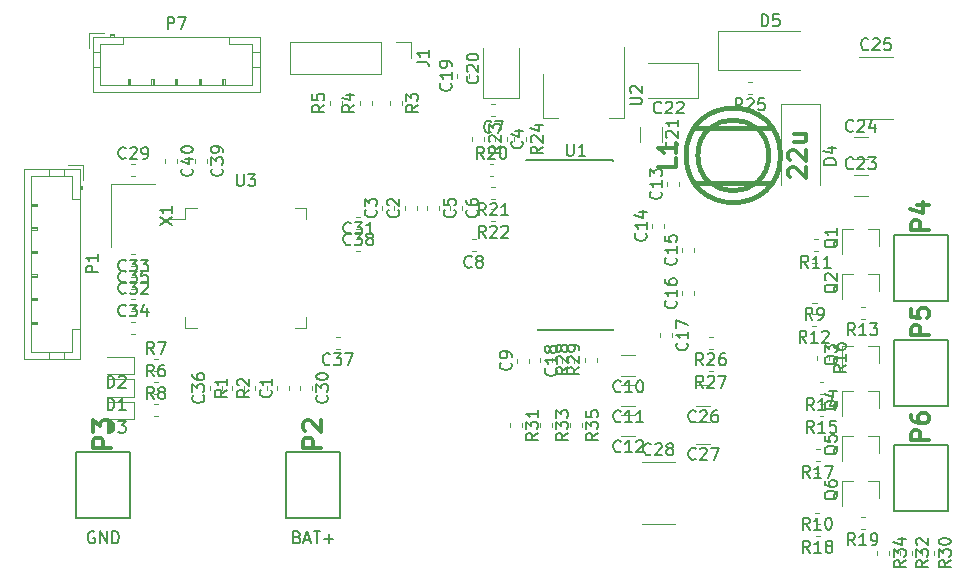
<source format=gbr>
G04 #@! TF.GenerationSoftware,KiCad,Pcbnew,(5.1.4)-1*
G04 #@! TF.CreationDate,2019-11-08T14:44:36+01:00*
G04 #@! TF.ProjectId,BLDC_4,424c4443-5f34-42e6-9b69-6361645f7063,rev?*
G04 #@! TF.SameCoordinates,Original*
G04 #@! TF.FileFunction,Legend,Top*
G04 #@! TF.FilePolarity,Positive*
%FSLAX46Y46*%
G04 Gerber Fmt 4.6, Leading zero omitted, Abs format (unit mm)*
G04 Created by KiCad (PCBNEW (5.1.4)-1) date 2019-11-08 14:44:36*
%MOMM*%
%LPD*%
G04 APERTURE LIST*
%ADD10C,0.150000*%
%ADD11C,0.200000*%
%ADD12C,0.120000*%
%ADD13C,0.381000*%
%ADD14C,0.304800*%
G04 APERTURE END LIST*
D10*
X156122857Y-99623571D02*
X156265714Y-99671190D01*
X156313333Y-99718809D01*
X156360952Y-99814047D01*
X156360952Y-99956904D01*
X156313333Y-100052142D01*
X156265714Y-100099761D01*
X156170476Y-100147380D01*
X155789523Y-100147380D01*
X155789523Y-99147380D01*
X156122857Y-99147380D01*
X156218095Y-99195000D01*
X156265714Y-99242619D01*
X156313333Y-99337857D01*
X156313333Y-99433095D01*
X156265714Y-99528333D01*
X156218095Y-99575952D01*
X156122857Y-99623571D01*
X155789523Y-99623571D01*
X156741904Y-99861666D02*
X157218095Y-99861666D01*
X156646666Y-100147380D02*
X156980000Y-99147380D01*
X157313333Y-100147380D01*
X157503809Y-99147380D02*
X158075238Y-99147380D01*
X157789523Y-100147380D02*
X157789523Y-99147380D01*
X158408571Y-99766428D02*
X159170476Y-99766428D01*
X158789523Y-100147380D02*
X158789523Y-99385476D01*
D11*
X138938095Y-99195000D02*
X138842857Y-99147380D01*
X138700000Y-99147380D01*
X138557142Y-99195000D01*
X138461904Y-99290238D01*
X138414285Y-99385476D01*
X138366666Y-99575952D01*
X138366666Y-99718809D01*
X138414285Y-99909285D01*
X138461904Y-100004523D01*
X138557142Y-100099761D01*
X138700000Y-100147380D01*
X138795238Y-100147380D01*
X138938095Y-100099761D01*
X138985714Y-100052142D01*
X138985714Y-99718809D01*
X138795238Y-99718809D01*
X139414285Y-100147380D02*
X139414285Y-99147380D01*
X139985714Y-100147380D01*
X139985714Y-99147380D01*
X140461904Y-100147380D02*
X140461904Y-99147380D01*
X140700000Y-99147380D01*
X140842857Y-99195000D01*
X140938095Y-99290238D01*
X140985714Y-99385476D01*
X141033333Y-99575952D01*
X141033333Y-99718809D01*
X140985714Y-99909285D01*
X140938095Y-100004523D01*
X140842857Y-100099761D01*
X140700000Y-100147380D01*
X140461904Y-100147380D01*
D12*
X146655000Y-72675000D02*
X145315000Y-72675000D01*
X146655000Y-71725000D02*
X146655000Y-72675000D01*
X147605000Y-71725000D02*
X146655000Y-71725000D01*
X156875000Y-71725000D02*
X156875000Y-72675000D01*
X155925000Y-71725000D02*
X156875000Y-71725000D01*
X146655000Y-81945000D02*
X146655000Y-80995000D01*
X147605000Y-81945000D02*
X146655000Y-81945000D01*
X156875000Y-81945000D02*
X156875000Y-80995000D01*
X155925000Y-81945000D02*
X156875000Y-81945000D01*
X164975000Y-62702221D02*
X164975000Y-63027779D01*
X163955000Y-62702221D02*
X163955000Y-63027779D01*
X186180000Y-73436267D02*
X186180000Y-73093733D01*
X187200000Y-73436267D02*
X187200000Y-73093733D01*
X144090000Y-69740000D02*
X140390000Y-69740000D01*
X140390000Y-69740000D02*
X140390000Y-75040000D01*
X183750000Y-58130000D02*
X183750000Y-64140000D01*
X176930000Y-60380000D02*
X176930000Y-64140000D01*
X183750000Y-64140000D02*
X182490000Y-64140000D01*
X176930000Y-64140000D02*
X178190000Y-64140000D01*
D10*
X176530000Y-82055000D02*
X182880000Y-82055000D01*
X175455000Y-67730000D02*
X182880000Y-67730000D01*
X176530000Y-82055000D02*
X176530000Y-82047500D01*
X182880000Y-82055000D02*
X182880000Y-82047500D01*
X182880000Y-67805000D02*
X182880000Y-67812500D01*
D12*
X179195000Y-90007221D02*
X179195000Y-90332779D01*
X180215000Y-90007221D02*
X180215000Y-90332779D01*
X205230000Y-100802221D02*
X205230000Y-101127779D01*
X206250000Y-100802221D02*
X206250000Y-101127779D01*
X176655000Y-90007221D02*
X176655000Y-90332779D01*
X177675000Y-90007221D02*
X177675000Y-90332779D01*
X207135000Y-100802221D02*
X207135000Y-101127779D01*
X208155000Y-100802221D02*
X208155000Y-101127779D01*
X174115000Y-90007221D02*
X174115000Y-90332779D01*
X175135000Y-90007221D02*
X175135000Y-90332779D01*
X209040000Y-100802221D02*
X209040000Y-101127779D01*
X210060000Y-100802221D02*
X210060000Y-101127779D01*
X181485000Y-84770279D02*
X181485000Y-84444721D01*
X180465000Y-84770279D02*
X180465000Y-84444721D01*
X176655000Y-84444721D02*
X176655000Y-84770279D01*
X177675000Y-84444721D02*
X177675000Y-84770279D01*
X191297779Y-85600000D02*
X190972221Y-85600000D01*
X191297779Y-84580000D02*
X190972221Y-84580000D01*
X191297779Y-82675000D02*
X190972221Y-82675000D01*
X191297779Y-83695000D02*
X190972221Y-83695000D01*
X194625279Y-61085000D02*
X194299721Y-61085000D01*
X194625279Y-62105000D02*
X194299721Y-62105000D01*
X174507999Y-65762221D02*
X174507999Y-66087779D01*
X175527999Y-65762221D02*
X175527999Y-66087779D01*
X171960000Y-65724721D02*
X171960000Y-66050279D01*
X170940000Y-65724721D02*
X170940000Y-66050279D01*
X172882779Y-72900000D02*
X172557221Y-72900000D01*
X172882779Y-71880000D02*
X172557221Y-71880000D01*
X172882779Y-70995000D02*
X172557221Y-70995000D01*
X172882779Y-69975000D02*
X172557221Y-69975000D01*
X172404721Y-68070000D02*
X172730279Y-68070000D01*
X172404721Y-69090000D02*
X172730279Y-69090000D01*
X204150279Y-97915000D02*
X203824721Y-97915000D01*
X204150279Y-98935000D02*
X203824721Y-98935000D01*
X200340279Y-98550000D02*
X200014721Y-98550000D01*
X200340279Y-99570000D02*
X200014721Y-99570000D01*
X200340279Y-92200000D02*
X200014721Y-92200000D01*
X200340279Y-93220000D02*
X200014721Y-93220000D01*
X200150000Y-84292221D02*
X200150000Y-84617779D01*
X201170000Y-84292221D02*
X201170000Y-84617779D01*
X200670279Y-88390000D02*
X200344721Y-88390000D01*
X200670279Y-89410000D02*
X200344721Y-89410000D01*
X200670279Y-86485000D02*
X200344721Y-86485000D01*
X200670279Y-87505000D02*
X200344721Y-87505000D01*
X204150279Y-81155000D02*
X203824721Y-81155000D01*
X204150279Y-80135000D02*
X203824721Y-80135000D01*
X200035279Y-81790000D02*
X199709721Y-81790000D01*
X200035279Y-80770000D02*
X199709721Y-80770000D01*
X200187779Y-75440000D02*
X199862221Y-75440000D01*
X200187779Y-74420000D02*
X199862221Y-74420000D01*
X143982221Y-89410000D02*
X144307779Y-89410000D01*
X143982221Y-88390000D02*
X144307779Y-88390000D01*
X143982221Y-85600000D02*
X144307779Y-85600000D01*
X143982221Y-84580000D02*
X144307779Y-84580000D01*
X143982221Y-87505000D02*
X144307779Y-87505000D01*
X143982221Y-86485000D02*
X144307779Y-86485000D01*
X158875000Y-63027779D02*
X158875000Y-62702221D01*
X159895000Y-63027779D02*
X159895000Y-62702221D01*
X161415000Y-63027779D02*
X161415000Y-62702221D01*
X162435000Y-63027779D02*
X162435000Y-62702221D01*
X152525000Y-87157779D02*
X152525000Y-86832221D01*
X153545000Y-87157779D02*
X153545000Y-86832221D01*
X150620000Y-87157779D02*
X150620000Y-86832221D01*
X151640000Y-87157779D02*
X151640000Y-86832221D01*
X205415000Y-94855000D02*
X205415000Y-96315000D01*
X202255000Y-94855000D02*
X202255000Y-97015000D01*
X202255000Y-94855000D02*
X203185000Y-94855000D01*
X205415000Y-94855000D02*
X204485000Y-94855000D01*
X205415000Y-91045000D02*
X205415000Y-92505000D01*
X202255000Y-91045000D02*
X202255000Y-93205000D01*
X202255000Y-91045000D02*
X203185000Y-91045000D01*
X205415000Y-91045000D02*
X204485000Y-91045000D01*
X205415000Y-87235000D02*
X205415000Y-88695000D01*
X202255000Y-87235000D02*
X202255000Y-89395000D01*
X202255000Y-87235000D02*
X203185000Y-87235000D01*
X205415000Y-87235000D02*
X204485000Y-87235000D01*
X205415000Y-83425000D02*
X205415000Y-84885000D01*
X202255000Y-83425000D02*
X202255000Y-85585000D01*
X202255000Y-83425000D02*
X203185000Y-83425000D01*
X205415000Y-83425000D02*
X204485000Y-83425000D01*
X205415000Y-77345000D02*
X204485000Y-77345000D01*
X202255000Y-77345000D02*
X203185000Y-77345000D01*
X202255000Y-77345000D02*
X202255000Y-79505000D01*
X205415000Y-77345000D02*
X205415000Y-78805000D01*
X205415000Y-73535000D02*
X204485000Y-73535000D01*
X202255000Y-73535000D02*
X203185000Y-73535000D01*
X202255000Y-73535000D02*
X202255000Y-75695000D01*
X205415000Y-73535000D02*
X205415000Y-74995000D01*
X138515000Y-56945000D02*
X138515000Y-58195000D01*
X139765000Y-56945000D02*
X138515000Y-56945000D01*
X149875000Y-61355000D02*
X149875000Y-60855000D01*
X149975000Y-60855000D02*
X149975000Y-61355000D01*
X149775000Y-60855000D02*
X149975000Y-60855000D01*
X149775000Y-61355000D02*
X149775000Y-60855000D01*
X147875000Y-61355000D02*
X147875000Y-60855000D01*
X147975000Y-60855000D02*
X147975000Y-61355000D01*
X147775000Y-60855000D02*
X147975000Y-60855000D01*
X147775000Y-61355000D02*
X147775000Y-60855000D01*
X145875000Y-61355000D02*
X145875000Y-60855000D01*
X145975000Y-60855000D02*
X145975000Y-61355000D01*
X145775000Y-60855000D02*
X145975000Y-60855000D01*
X145775000Y-61355000D02*
X145775000Y-60855000D01*
X143875000Y-61355000D02*
X143875000Y-60855000D01*
X143975000Y-60855000D02*
X143975000Y-61355000D01*
X143775000Y-60855000D02*
X143975000Y-60855000D01*
X143775000Y-61355000D02*
X143775000Y-60855000D01*
X141875000Y-61355000D02*
X141875000Y-60855000D01*
X141975000Y-60855000D02*
X141975000Y-61355000D01*
X141775000Y-60855000D02*
X141975000Y-60855000D01*
X141775000Y-61355000D02*
X141775000Y-60855000D01*
X152935000Y-59855000D02*
X152325000Y-59855000D01*
X152935000Y-58555000D02*
X152325000Y-58555000D01*
X138815000Y-59855000D02*
X139425000Y-59855000D01*
X138815000Y-58555000D02*
X139425000Y-58555000D01*
X150375000Y-57855000D02*
X150375000Y-57245000D01*
X152325000Y-57855000D02*
X150375000Y-57855000D01*
X152325000Y-61355000D02*
X152325000Y-57855000D01*
X139425000Y-61355000D02*
X152325000Y-61355000D01*
X139425000Y-57855000D02*
X139425000Y-61355000D01*
X141375000Y-57855000D02*
X139425000Y-57855000D01*
X141375000Y-57245000D02*
X141375000Y-57855000D01*
X140575000Y-57145000D02*
X140275000Y-57145000D01*
X140275000Y-57045000D02*
X140275000Y-57245000D01*
X140575000Y-57045000D02*
X140275000Y-57045000D01*
X140575000Y-57245000D02*
X140575000Y-57045000D01*
X152935000Y-57245000D02*
X138815000Y-57245000D01*
X152935000Y-61965000D02*
X152935000Y-57245000D01*
X138815000Y-61965000D02*
X152935000Y-61965000D01*
X138815000Y-57245000D02*
X138815000Y-61965000D01*
X138000000Y-68125000D02*
X136750000Y-68125000D01*
X138000000Y-69375000D02*
X138000000Y-68125000D01*
X133590000Y-81485000D02*
X134090000Y-81485000D01*
X134090000Y-81585000D02*
X133590000Y-81585000D01*
X134090000Y-81385000D02*
X134090000Y-81585000D01*
X133590000Y-81385000D02*
X134090000Y-81385000D01*
X133590000Y-79485000D02*
X134090000Y-79485000D01*
X134090000Y-79585000D02*
X133590000Y-79585000D01*
X134090000Y-79385000D02*
X134090000Y-79585000D01*
X133590000Y-79385000D02*
X134090000Y-79385000D01*
X133590000Y-77485000D02*
X134090000Y-77485000D01*
X134090000Y-77585000D02*
X133590000Y-77585000D01*
X134090000Y-77385000D02*
X134090000Y-77585000D01*
X133590000Y-77385000D02*
X134090000Y-77385000D01*
X133590000Y-75485000D02*
X134090000Y-75485000D01*
X134090000Y-75585000D02*
X133590000Y-75585000D01*
X134090000Y-75385000D02*
X134090000Y-75585000D01*
X133590000Y-75385000D02*
X134090000Y-75385000D01*
X133590000Y-73485000D02*
X134090000Y-73485000D01*
X134090000Y-73585000D02*
X133590000Y-73585000D01*
X134090000Y-73385000D02*
X134090000Y-73585000D01*
X133590000Y-73385000D02*
X134090000Y-73385000D01*
X133590000Y-71485000D02*
X134090000Y-71485000D01*
X134090000Y-71585000D02*
X133590000Y-71585000D01*
X134090000Y-71385000D02*
X134090000Y-71585000D01*
X133590000Y-71385000D02*
X134090000Y-71385000D01*
X135090000Y-84545000D02*
X135090000Y-83935000D01*
X136390000Y-84545000D02*
X136390000Y-83935000D01*
X135090000Y-68425000D02*
X135090000Y-69035000D01*
X136390000Y-68425000D02*
X136390000Y-69035000D01*
X137090000Y-81985000D02*
X137700000Y-81985000D01*
X137090000Y-83935000D02*
X137090000Y-81985000D01*
X133590000Y-83935000D02*
X137090000Y-83935000D01*
X133590000Y-69035000D02*
X133590000Y-83935000D01*
X137090000Y-69035000D02*
X133590000Y-69035000D01*
X137090000Y-70985000D02*
X137090000Y-69035000D01*
X137700000Y-70985000D02*
X137090000Y-70985000D01*
X137800000Y-70185000D02*
X137800000Y-69885000D01*
X137900000Y-69885000D02*
X137700000Y-69885000D01*
X137900000Y-70185000D02*
X137900000Y-69885000D01*
X137700000Y-70185000D02*
X137900000Y-70185000D01*
X137700000Y-84545000D02*
X137700000Y-68425000D01*
X132980000Y-84545000D02*
X137700000Y-84545000D01*
X132980000Y-68425000D02*
X132980000Y-84545000D01*
X137700000Y-68425000D02*
X132980000Y-68425000D01*
X155515000Y-57725000D02*
X155515000Y-60385000D01*
X163195000Y-57725000D02*
X155515000Y-57725000D01*
X163195000Y-60385000D02*
X155515000Y-60385000D01*
X163195000Y-57725000D02*
X163195000Y-60385000D01*
X164465000Y-57725000D02*
X165795000Y-57725000D01*
X165795000Y-57725000D02*
X165795000Y-59055000D01*
X191775000Y-56770000D02*
X198675000Y-56770000D01*
X191775000Y-60070000D02*
X198675000Y-60070000D01*
X191775000Y-56770000D02*
X191775000Y-60070000D01*
X200405000Y-62950000D02*
X200405000Y-69850000D01*
X197105000Y-62950000D02*
X197105000Y-69850000D01*
X200405000Y-62950000D02*
X197105000Y-62950000D01*
X142290000Y-88165000D02*
X140005000Y-88165000D01*
X142290000Y-89635000D02*
X142290000Y-88165000D01*
X140005000Y-89635000D02*
X142290000Y-89635000D01*
X142290000Y-84355000D02*
X140005000Y-84355000D01*
X142290000Y-85825000D02*
X142290000Y-84355000D01*
X140005000Y-85825000D02*
X142290000Y-85825000D01*
X142290000Y-86260000D02*
X140005000Y-86260000D01*
X142290000Y-87730000D02*
X142290000Y-86260000D01*
X140005000Y-87730000D02*
X142290000Y-87730000D01*
X144905000Y-67629721D02*
X144905000Y-67955279D01*
X145925000Y-67629721D02*
X145925000Y-67955279D01*
X147445000Y-67629721D02*
X147445000Y-67955279D01*
X148465000Y-67629721D02*
X148465000Y-67955279D01*
X161452779Y-72515000D02*
X161127221Y-72515000D01*
X161452779Y-73535000D02*
X161127221Y-73535000D01*
X159700279Y-82675000D02*
X159374721Y-82675000D01*
X159700279Y-83695000D02*
X159374721Y-83695000D01*
X149735000Y-87157779D02*
X149735000Y-86832221D01*
X148715000Y-87157779D02*
X148715000Y-86832221D01*
X142402779Y-76710000D02*
X142077221Y-76710000D01*
X142402779Y-75690000D02*
X142077221Y-75690000D01*
X142077221Y-82425000D02*
X142402779Y-82425000D01*
X142077221Y-81405000D02*
X142402779Y-81405000D01*
X142077221Y-78615000D02*
X142402779Y-78615000D01*
X142077221Y-77595000D02*
X142402779Y-77595000D01*
X142077221Y-80520000D02*
X142402779Y-80520000D01*
X142077221Y-79500000D02*
X142402779Y-79500000D01*
X161127221Y-75440000D02*
X161452779Y-75440000D01*
X161127221Y-74420000D02*
X161452779Y-74420000D01*
X156335000Y-86832221D02*
X156335000Y-87157779D01*
X157355000Y-86832221D02*
X157355000Y-87157779D01*
X142077221Y-68070000D02*
X142402779Y-68070000D01*
X142077221Y-69090000D02*
X142402779Y-69090000D01*
X185274252Y-98495000D02*
X188105748Y-98495000D01*
X185274252Y-93275000D02*
X188105748Y-93275000D01*
X191102064Y-89895000D02*
X189897936Y-89895000D01*
X191102064Y-91715000D02*
X189897936Y-91715000D01*
X191102064Y-86720000D02*
X189897936Y-86720000D01*
X191102064Y-88540000D02*
X189897936Y-88540000D01*
X203699252Y-64205000D02*
X206530748Y-64205000D01*
X203699252Y-58985000D02*
X206530748Y-58985000D01*
X203232936Y-67585000D02*
X204437064Y-67585000D01*
X203232936Y-65765000D02*
X204437064Y-65765000D01*
X203232936Y-70760000D02*
X204437064Y-70760000D01*
X203232936Y-68940000D02*
X204437064Y-68940000D01*
X190040000Y-59450000D02*
X185830000Y-59450000D01*
X190040000Y-62470000D02*
X190040000Y-59450000D01*
X185830000Y-62470000D02*
X190040000Y-62470000D01*
X185145000Y-64932936D02*
X185145000Y-66137064D01*
X186965000Y-64932936D02*
X186965000Y-66137064D01*
X174865000Y-62417500D02*
X174865000Y-58207500D01*
X171845000Y-62417500D02*
X174865000Y-62417500D01*
X171845000Y-58207500D02*
X171845000Y-62417500D01*
X170690000Y-60736267D02*
X170690000Y-60393733D01*
X169670000Y-60736267D02*
X169670000Y-60393733D01*
X179580000Y-84866267D02*
X179580000Y-84523733D01*
X178560000Y-84866267D02*
X178560000Y-84523733D01*
X186815000Y-82378733D02*
X186815000Y-82721267D01*
X187835000Y-82378733D02*
X187835000Y-82721267D01*
X188720000Y-79151267D02*
X188720000Y-78808733D01*
X189740000Y-79151267D02*
X189740000Y-78808733D01*
X188720000Y-75496267D02*
X188720000Y-75153733D01*
X189740000Y-75496267D02*
X189740000Y-75153733D01*
X188470000Y-69906267D02*
X188470000Y-69563733D01*
X187450000Y-69906267D02*
X187450000Y-69563733D01*
X184752064Y-89260000D02*
X183547936Y-89260000D01*
X184752064Y-91080000D02*
X183547936Y-91080000D01*
X184752064Y-86720000D02*
X183547936Y-86720000D01*
X184752064Y-88540000D02*
X183547936Y-88540000D01*
X184752064Y-84180000D02*
X183547936Y-84180000D01*
X184752064Y-86000000D02*
X183547936Y-86000000D01*
X175770000Y-84866267D02*
X175770000Y-84523733D01*
X174750000Y-84866267D02*
X174750000Y-84523733D01*
X171226267Y-74420000D02*
X170883733Y-74420000D01*
X171226267Y-75440000D02*
X170883733Y-75440000D01*
X172891267Y-62990000D02*
X172548733Y-62990000D01*
X172891267Y-64010000D02*
X172548733Y-64010000D01*
X169035000Y-71583733D02*
X169035000Y-71926267D01*
X170055000Y-71583733D02*
X170055000Y-71926267D01*
X167130000Y-71583733D02*
X167130000Y-71926267D01*
X168150000Y-71583733D02*
X168150000Y-71926267D01*
X172845000Y-65753733D02*
X172845000Y-66096267D01*
X173865000Y-65753733D02*
X173865000Y-66096267D01*
X164340000Y-71926267D02*
X164340000Y-71583733D01*
X163320000Y-71926267D02*
X163320000Y-71583733D01*
X166245000Y-71926267D02*
X166245000Y-71583733D01*
X165225000Y-71926267D02*
X165225000Y-71583733D01*
X154430000Y-87166267D02*
X154430000Y-86823733D01*
X155450000Y-87166267D02*
X155450000Y-86823733D01*
D10*
X206615000Y-97415000D02*
X206615000Y-91815000D01*
X211215000Y-97415000D02*
X206615000Y-97415000D01*
X211215000Y-91815000D02*
X211215000Y-97415000D01*
X206615000Y-91815000D02*
X211215000Y-91815000D01*
X206615000Y-88525000D02*
X206615000Y-82925000D01*
X211215000Y-88525000D02*
X206615000Y-88525000D01*
X211215000Y-82925000D02*
X211215000Y-88525000D01*
X206615000Y-82925000D02*
X211215000Y-82925000D01*
X206615000Y-74035000D02*
X211215000Y-74035000D01*
X211215000Y-74035000D02*
X211215000Y-79635000D01*
X211215000Y-79635000D02*
X206615000Y-79635000D01*
X206615000Y-79635000D02*
X206615000Y-74035000D01*
X137400000Y-98050000D02*
X137400000Y-92450000D01*
X142000000Y-98050000D02*
X137400000Y-98050000D01*
X142000000Y-92450000D02*
X142000000Y-98050000D01*
X137400000Y-92450000D02*
X142000000Y-92450000D01*
X155180000Y-98050000D02*
X155180000Y-92450000D01*
X159780000Y-98050000D02*
X155180000Y-98050000D01*
X159780000Y-92450000D02*
X159780000Y-98050000D01*
X155180000Y-92450000D02*
X159780000Y-92450000D01*
D13*
X197040500Y-67310000D02*
G75*
G03X197040500Y-67310000I-4000500J0D01*
G01*
X189839600Y-69611240D02*
X196240400Y-69611240D01*
X196240400Y-65008760D02*
X189839600Y-65008760D01*
X196039740Y-67310000D02*
G75*
G03X196039740Y-67310000I-2999740J0D01*
G01*
D12*
X200092983Y-76395000D02*
X199727017Y-76395000D01*
X200092983Y-79815000D02*
X199727017Y-79815000D01*
X200322983Y-94175000D02*
X199957017Y-94175000D01*
X200322983Y-97595000D02*
X199957017Y-97595000D01*
D10*
X151003095Y-68887380D02*
X151003095Y-69696904D01*
X151050714Y-69792142D01*
X151098333Y-69839761D01*
X151193571Y-69887380D01*
X151384047Y-69887380D01*
X151479285Y-69839761D01*
X151526904Y-69792142D01*
X151574523Y-69696904D01*
X151574523Y-68887380D01*
X151955476Y-68887380D02*
X152574523Y-68887380D01*
X152241190Y-69268333D01*
X152384047Y-69268333D01*
X152479285Y-69315952D01*
X152526904Y-69363571D01*
X152574523Y-69458809D01*
X152574523Y-69696904D01*
X152526904Y-69792142D01*
X152479285Y-69839761D01*
X152384047Y-69887380D01*
X152098333Y-69887380D01*
X152003095Y-69839761D01*
X151955476Y-69792142D01*
X166347380Y-63031666D02*
X165871190Y-63365000D01*
X166347380Y-63603095D02*
X165347380Y-63603095D01*
X165347380Y-63222142D01*
X165395000Y-63126904D01*
X165442619Y-63079285D01*
X165537857Y-63031666D01*
X165680714Y-63031666D01*
X165775952Y-63079285D01*
X165823571Y-63126904D01*
X165871190Y-63222142D01*
X165871190Y-63603095D01*
X165347380Y-62698333D02*
X165347380Y-62079285D01*
X165728333Y-62412619D01*
X165728333Y-62269761D01*
X165775952Y-62174523D01*
X165823571Y-62126904D01*
X165918809Y-62079285D01*
X166156904Y-62079285D01*
X166252142Y-62126904D01*
X166299761Y-62174523D01*
X166347380Y-62269761D01*
X166347380Y-62555476D01*
X166299761Y-62650714D01*
X166252142Y-62698333D01*
X185617142Y-73907857D02*
X185664761Y-73955476D01*
X185712380Y-74098333D01*
X185712380Y-74193571D01*
X185664761Y-74336428D01*
X185569523Y-74431666D01*
X185474285Y-74479285D01*
X185283809Y-74526904D01*
X185140952Y-74526904D01*
X184950476Y-74479285D01*
X184855238Y-74431666D01*
X184760000Y-74336428D01*
X184712380Y-74193571D01*
X184712380Y-74098333D01*
X184760000Y-73955476D01*
X184807619Y-73907857D01*
X185712380Y-72955476D02*
X185712380Y-73526904D01*
X185712380Y-73241190D02*
X184712380Y-73241190D01*
X184855238Y-73336428D01*
X184950476Y-73431666D01*
X184998095Y-73526904D01*
X185045714Y-72098333D02*
X185712380Y-72098333D01*
X184664761Y-72336428D02*
X185379047Y-72574523D01*
X185379047Y-71955476D01*
X144492380Y-73199523D02*
X145492380Y-72532857D01*
X144492380Y-72532857D02*
X145492380Y-73199523D01*
X145492380Y-71628095D02*
X145492380Y-72199523D01*
X145492380Y-71913809D02*
X144492380Y-71913809D01*
X144635238Y-72009047D01*
X144730476Y-72104285D01*
X144778095Y-72199523D01*
X184292380Y-62991904D02*
X185101904Y-62991904D01*
X185197142Y-62944285D01*
X185244761Y-62896666D01*
X185292380Y-62801428D01*
X185292380Y-62610952D01*
X185244761Y-62515714D01*
X185197142Y-62468095D01*
X185101904Y-62420476D01*
X184292380Y-62420476D01*
X184387619Y-61991904D02*
X184340000Y-61944285D01*
X184292380Y-61849047D01*
X184292380Y-61610952D01*
X184340000Y-61515714D01*
X184387619Y-61468095D01*
X184482857Y-61420476D01*
X184578095Y-61420476D01*
X184720952Y-61468095D01*
X185292380Y-62039523D01*
X185292380Y-61420476D01*
X178943095Y-66332380D02*
X178943095Y-67141904D01*
X178990714Y-67237142D01*
X179038333Y-67284761D01*
X179133571Y-67332380D01*
X179324047Y-67332380D01*
X179419285Y-67284761D01*
X179466904Y-67237142D01*
X179514523Y-67141904D01*
X179514523Y-66332380D01*
X180514523Y-67332380D02*
X179943095Y-67332380D01*
X180228809Y-67332380D02*
X180228809Y-66332380D01*
X180133571Y-66475238D01*
X180038333Y-66570476D01*
X179943095Y-66618095D01*
X181587380Y-90812857D02*
X181111190Y-91146190D01*
X181587380Y-91384285D02*
X180587380Y-91384285D01*
X180587380Y-91003333D01*
X180635000Y-90908095D01*
X180682619Y-90860476D01*
X180777857Y-90812857D01*
X180920714Y-90812857D01*
X181015952Y-90860476D01*
X181063571Y-90908095D01*
X181111190Y-91003333D01*
X181111190Y-91384285D01*
X180587380Y-90479523D02*
X180587380Y-89860476D01*
X180968333Y-90193809D01*
X180968333Y-90050952D01*
X181015952Y-89955714D01*
X181063571Y-89908095D01*
X181158809Y-89860476D01*
X181396904Y-89860476D01*
X181492142Y-89908095D01*
X181539761Y-89955714D01*
X181587380Y-90050952D01*
X181587380Y-90336666D01*
X181539761Y-90431904D01*
X181492142Y-90479523D01*
X180587380Y-88955714D02*
X180587380Y-89431904D01*
X181063571Y-89479523D01*
X181015952Y-89431904D01*
X180968333Y-89336666D01*
X180968333Y-89098571D01*
X181015952Y-89003333D01*
X181063571Y-88955714D01*
X181158809Y-88908095D01*
X181396904Y-88908095D01*
X181492142Y-88955714D01*
X181539761Y-89003333D01*
X181587380Y-89098571D01*
X181587380Y-89336666D01*
X181539761Y-89431904D01*
X181492142Y-89479523D01*
X207622380Y-101607857D02*
X207146190Y-101941190D01*
X207622380Y-102179285D02*
X206622380Y-102179285D01*
X206622380Y-101798333D01*
X206670000Y-101703095D01*
X206717619Y-101655476D01*
X206812857Y-101607857D01*
X206955714Y-101607857D01*
X207050952Y-101655476D01*
X207098571Y-101703095D01*
X207146190Y-101798333D01*
X207146190Y-102179285D01*
X206622380Y-101274523D02*
X206622380Y-100655476D01*
X207003333Y-100988809D01*
X207003333Y-100845952D01*
X207050952Y-100750714D01*
X207098571Y-100703095D01*
X207193809Y-100655476D01*
X207431904Y-100655476D01*
X207527142Y-100703095D01*
X207574761Y-100750714D01*
X207622380Y-100845952D01*
X207622380Y-101131666D01*
X207574761Y-101226904D01*
X207527142Y-101274523D01*
X206955714Y-99798333D02*
X207622380Y-99798333D01*
X206574761Y-100036428D02*
X207289047Y-100274523D01*
X207289047Y-99655476D01*
X179047380Y-90812857D02*
X178571190Y-91146190D01*
X179047380Y-91384285D02*
X178047380Y-91384285D01*
X178047380Y-91003333D01*
X178095000Y-90908095D01*
X178142619Y-90860476D01*
X178237857Y-90812857D01*
X178380714Y-90812857D01*
X178475952Y-90860476D01*
X178523571Y-90908095D01*
X178571190Y-91003333D01*
X178571190Y-91384285D01*
X178047380Y-90479523D02*
X178047380Y-89860476D01*
X178428333Y-90193809D01*
X178428333Y-90050952D01*
X178475952Y-89955714D01*
X178523571Y-89908095D01*
X178618809Y-89860476D01*
X178856904Y-89860476D01*
X178952142Y-89908095D01*
X178999761Y-89955714D01*
X179047380Y-90050952D01*
X179047380Y-90336666D01*
X178999761Y-90431904D01*
X178952142Y-90479523D01*
X178047380Y-89527142D02*
X178047380Y-88908095D01*
X178428333Y-89241428D01*
X178428333Y-89098571D01*
X178475952Y-89003333D01*
X178523571Y-88955714D01*
X178618809Y-88908095D01*
X178856904Y-88908095D01*
X178952142Y-88955714D01*
X178999761Y-89003333D01*
X179047380Y-89098571D01*
X179047380Y-89384285D01*
X178999761Y-89479523D01*
X178952142Y-89527142D01*
X209527380Y-101607857D02*
X209051190Y-101941190D01*
X209527380Y-102179285D02*
X208527380Y-102179285D01*
X208527380Y-101798333D01*
X208575000Y-101703095D01*
X208622619Y-101655476D01*
X208717857Y-101607857D01*
X208860714Y-101607857D01*
X208955952Y-101655476D01*
X209003571Y-101703095D01*
X209051190Y-101798333D01*
X209051190Y-102179285D01*
X208527380Y-101274523D02*
X208527380Y-100655476D01*
X208908333Y-100988809D01*
X208908333Y-100845952D01*
X208955952Y-100750714D01*
X209003571Y-100703095D01*
X209098809Y-100655476D01*
X209336904Y-100655476D01*
X209432142Y-100703095D01*
X209479761Y-100750714D01*
X209527380Y-100845952D01*
X209527380Y-101131666D01*
X209479761Y-101226904D01*
X209432142Y-101274523D01*
X208622619Y-100274523D02*
X208575000Y-100226904D01*
X208527380Y-100131666D01*
X208527380Y-99893571D01*
X208575000Y-99798333D01*
X208622619Y-99750714D01*
X208717857Y-99703095D01*
X208813095Y-99703095D01*
X208955952Y-99750714D01*
X209527380Y-100322142D01*
X209527380Y-99703095D01*
X176507380Y-90812857D02*
X176031190Y-91146190D01*
X176507380Y-91384285D02*
X175507380Y-91384285D01*
X175507380Y-91003333D01*
X175555000Y-90908095D01*
X175602619Y-90860476D01*
X175697857Y-90812857D01*
X175840714Y-90812857D01*
X175935952Y-90860476D01*
X175983571Y-90908095D01*
X176031190Y-91003333D01*
X176031190Y-91384285D01*
X175507380Y-90479523D02*
X175507380Y-89860476D01*
X175888333Y-90193809D01*
X175888333Y-90050952D01*
X175935952Y-89955714D01*
X175983571Y-89908095D01*
X176078809Y-89860476D01*
X176316904Y-89860476D01*
X176412142Y-89908095D01*
X176459761Y-89955714D01*
X176507380Y-90050952D01*
X176507380Y-90336666D01*
X176459761Y-90431904D01*
X176412142Y-90479523D01*
X176507380Y-88908095D02*
X176507380Y-89479523D01*
X176507380Y-89193809D02*
X175507380Y-89193809D01*
X175650238Y-89289047D01*
X175745476Y-89384285D01*
X175793095Y-89479523D01*
X211432380Y-101607857D02*
X210956190Y-101941190D01*
X211432380Y-102179285D02*
X210432380Y-102179285D01*
X210432380Y-101798333D01*
X210480000Y-101703095D01*
X210527619Y-101655476D01*
X210622857Y-101607857D01*
X210765714Y-101607857D01*
X210860952Y-101655476D01*
X210908571Y-101703095D01*
X210956190Y-101798333D01*
X210956190Y-102179285D01*
X210432380Y-101274523D02*
X210432380Y-100655476D01*
X210813333Y-100988809D01*
X210813333Y-100845952D01*
X210860952Y-100750714D01*
X210908571Y-100703095D01*
X211003809Y-100655476D01*
X211241904Y-100655476D01*
X211337142Y-100703095D01*
X211384761Y-100750714D01*
X211432380Y-100845952D01*
X211432380Y-101131666D01*
X211384761Y-101226904D01*
X211337142Y-101274523D01*
X210432380Y-100036428D02*
X210432380Y-99941190D01*
X210480000Y-99845952D01*
X210527619Y-99798333D01*
X210622857Y-99750714D01*
X210813333Y-99703095D01*
X211051428Y-99703095D01*
X211241904Y-99750714D01*
X211337142Y-99798333D01*
X211384761Y-99845952D01*
X211432380Y-99941190D01*
X211432380Y-100036428D01*
X211384761Y-100131666D01*
X211337142Y-100179285D01*
X211241904Y-100226904D01*
X211051428Y-100274523D01*
X210813333Y-100274523D01*
X210622857Y-100226904D01*
X210527619Y-100179285D01*
X210480000Y-100131666D01*
X210432380Y-100036428D01*
X179997380Y-85250357D02*
X179521190Y-85583690D01*
X179997380Y-85821785D02*
X178997380Y-85821785D01*
X178997380Y-85440833D01*
X179045000Y-85345595D01*
X179092619Y-85297976D01*
X179187857Y-85250357D01*
X179330714Y-85250357D01*
X179425952Y-85297976D01*
X179473571Y-85345595D01*
X179521190Y-85440833D01*
X179521190Y-85821785D01*
X179092619Y-84869404D02*
X179045000Y-84821785D01*
X178997380Y-84726547D01*
X178997380Y-84488452D01*
X179045000Y-84393214D01*
X179092619Y-84345595D01*
X179187857Y-84297976D01*
X179283095Y-84297976D01*
X179425952Y-84345595D01*
X179997380Y-84917023D01*
X179997380Y-84297976D01*
X179997380Y-83821785D02*
X179997380Y-83631309D01*
X179949761Y-83536071D01*
X179902142Y-83488452D01*
X179759285Y-83393214D01*
X179568809Y-83345595D01*
X179187857Y-83345595D01*
X179092619Y-83393214D01*
X179045000Y-83440833D01*
X178997380Y-83536071D01*
X178997380Y-83726547D01*
X179045000Y-83821785D01*
X179092619Y-83869404D01*
X179187857Y-83917023D01*
X179425952Y-83917023D01*
X179521190Y-83869404D01*
X179568809Y-83821785D01*
X179616428Y-83726547D01*
X179616428Y-83536071D01*
X179568809Y-83440833D01*
X179521190Y-83393214D01*
X179425952Y-83345595D01*
X179047380Y-85250357D02*
X178571190Y-85583690D01*
X179047380Y-85821785D02*
X178047380Y-85821785D01*
X178047380Y-85440833D01*
X178095000Y-85345595D01*
X178142619Y-85297976D01*
X178237857Y-85250357D01*
X178380714Y-85250357D01*
X178475952Y-85297976D01*
X178523571Y-85345595D01*
X178571190Y-85440833D01*
X178571190Y-85821785D01*
X178142619Y-84869404D02*
X178095000Y-84821785D01*
X178047380Y-84726547D01*
X178047380Y-84488452D01*
X178095000Y-84393214D01*
X178142619Y-84345595D01*
X178237857Y-84297976D01*
X178333095Y-84297976D01*
X178475952Y-84345595D01*
X179047380Y-84917023D01*
X179047380Y-84297976D01*
X178475952Y-83726547D02*
X178428333Y-83821785D01*
X178380714Y-83869404D01*
X178285476Y-83917023D01*
X178237857Y-83917023D01*
X178142619Y-83869404D01*
X178095000Y-83821785D01*
X178047380Y-83726547D01*
X178047380Y-83536071D01*
X178095000Y-83440833D01*
X178142619Y-83393214D01*
X178237857Y-83345595D01*
X178285476Y-83345595D01*
X178380714Y-83393214D01*
X178428333Y-83440833D01*
X178475952Y-83536071D01*
X178475952Y-83726547D01*
X178523571Y-83821785D01*
X178571190Y-83869404D01*
X178666428Y-83917023D01*
X178856904Y-83917023D01*
X178952142Y-83869404D01*
X178999761Y-83821785D01*
X179047380Y-83726547D01*
X179047380Y-83536071D01*
X178999761Y-83440833D01*
X178952142Y-83393214D01*
X178856904Y-83345595D01*
X178666428Y-83345595D01*
X178571190Y-83393214D01*
X178523571Y-83440833D01*
X178475952Y-83536071D01*
X190492142Y-86972380D02*
X190158809Y-86496190D01*
X189920714Y-86972380D02*
X189920714Y-85972380D01*
X190301666Y-85972380D01*
X190396904Y-86020000D01*
X190444523Y-86067619D01*
X190492142Y-86162857D01*
X190492142Y-86305714D01*
X190444523Y-86400952D01*
X190396904Y-86448571D01*
X190301666Y-86496190D01*
X189920714Y-86496190D01*
X190873095Y-86067619D02*
X190920714Y-86020000D01*
X191015952Y-85972380D01*
X191254047Y-85972380D01*
X191349285Y-86020000D01*
X191396904Y-86067619D01*
X191444523Y-86162857D01*
X191444523Y-86258095D01*
X191396904Y-86400952D01*
X190825476Y-86972380D01*
X191444523Y-86972380D01*
X191777857Y-85972380D02*
X192444523Y-85972380D01*
X192015952Y-86972380D01*
X190492142Y-85067380D02*
X190158809Y-84591190D01*
X189920714Y-85067380D02*
X189920714Y-84067380D01*
X190301666Y-84067380D01*
X190396904Y-84115000D01*
X190444523Y-84162619D01*
X190492142Y-84257857D01*
X190492142Y-84400714D01*
X190444523Y-84495952D01*
X190396904Y-84543571D01*
X190301666Y-84591190D01*
X189920714Y-84591190D01*
X190873095Y-84162619D02*
X190920714Y-84115000D01*
X191015952Y-84067380D01*
X191254047Y-84067380D01*
X191349285Y-84115000D01*
X191396904Y-84162619D01*
X191444523Y-84257857D01*
X191444523Y-84353095D01*
X191396904Y-84495952D01*
X190825476Y-85067380D01*
X191444523Y-85067380D01*
X192301666Y-84067380D02*
X192111190Y-84067380D01*
X192015952Y-84115000D01*
X191968333Y-84162619D01*
X191873095Y-84305476D01*
X191825476Y-84495952D01*
X191825476Y-84876904D01*
X191873095Y-84972142D01*
X191920714Y-85019761D01*
X192015952Y-85067380D01*
X192206428Y-85067380D01*
X192301666Y-85019761D01*
X192349285Y-84972142D01*
X192396904Y-84876904D01*
X192396904Y-84638809D01*
X192349285Y-84543571D01*
X192301666Y-84495952D01*
X192206428Y-84448333D01*
X192015952Y-84448333D01*
X191920714Y-84495952D01*
X191873095Y-84543571D01*
X191825476Y-84638809D01*
X193819642Y-63477380D02*
X193486309Y-63001190D01*
X193248214Y-63477380D02*
X193248214Y-62477380D01*
X193629166Y-62477380D01*
X193724404Y-62525000D01*
X193772023Y-62572619D01*
X193819642Y-62667857D01*
X193819642Y-62810714D01*
X193772023Y-62905952D01*
X193724404Y-62953571D01*
X193629166Y-63001190D01*
X193248214Y-63001190D01*
X194200595Y-62572619D02*
X194248214Y-62525000D01*
X194343452Y-62477380D01*
X194581547Y-62477380D01*
X194676785Y-62525000D01*
X194724404Y-62572619D01*
X194772023Y-62667857D01*
X194772023Y-62763095D01*
X194724404Y-62905952D01*
X194152976Y-63477380D01*
X194772023Y-63477380D01*
X195676785Y-62477380D02*
X195200595Y-62477380D01*
X195152976Y-62953571D01*
X195200595Y-62905952D01*
X195295833Y-62858333D01*
X195533928Y-62858333D01*
X195629166Y-62905952D01*
X195676785Y-62953571D01*
X195724404Y-63048809D01*
X195724404Y-63286904D01*
X195676785Y-63382142D01*
X195629166Y-63429761D01*
X195533928Y-63477380D01*
X195295833Y-63477380D01*
X195200595Y-63429761D01*
X195152976Y-63382142D01*
X176900379Y-66567857D02*
X176424189Y-66901190D01*
X176900379Y-67139285D02*
X175900379Y-67139285D01*
X175900379Y-66758333D01*
X175947999Y-66663095D01*
X175995618Y-66615476D01*
X176090856Y-66567857D01*
X176233713Y-66567857D01*
X176328951Y-66615476D01*
X176376570Y-66663095D01*
X176424189Y-66758333D01*
X176424189Y-67139285D01*
X175995618Y-66186904D02*
X175947999Y-66139285D01*
X175900379Y-66044047D01*
X175900379Y-65805952D01*
X175947999Y-65710714D01*
X175995618Y-65663095D01*
X176090856Y-65615476D01*
X176186094Y-65615476D01*
X176328951Y-65663095D01*
X176900379Y-66234523D01*
X176900379Y-65615476D01*
X176233713Y-64758333D02*
X176900379Y-64758333D01*
X175852760Y-64996428D02*
X176567046Y-65234523D01*
X176567046Y-64615476D01*
X173332380Y-66530357D02*
X172856190Y-66863690D01*
X173332380Y-67101785D02*
X172332380Y-67101785D01*
X172332380Y-66720833D01*
X172380000Y-66625595D01*
X172427619Y-66577976D01*
X172522857Y-66530357D01*
X172665714Y-66530357D01*
X172760952Y-66577976D01*
X172808571Y-66625595D01*
X172856190Y-66720833D01*
X172856190Y-67101785D01*
X172427619Y-66149404D02*
X172380000Y-66101785D01*
X172332380Y-66006547D01*
X172332380Y-65768452D01*
X172380000Y-65673214D01*
X172427619Y-65625595D01*
X172522857Y-65577976D01*
X172618095Y-65577976D01*
X172760952Y-65625595D01*
X173332380Y-66197023D01*
X173332380Y-65577976D01*
X172332380Y-65244642D02*
X172332380Y-64625595D01*
X172713333Y-64958928D01*
X172713333Y-64816071D01*
X172760952Y-64720833D01*
X172808571Y-64673214D01*
X172903809Y-64625595D01*
X173141904Y-64625595D01*
X173237142Y-64673214D01*
X173284761Y-64720833D01*
X173332380Y-64816071D01*
X173332380Y-65101785D01*
X173284761Y-65197023D01*
X173237142Y-65244642D01*
X172077142Y-74272380D02*
X171743809Y-73796190D01*
X171505714Y-74272380D02*
X171505714Y-73272380D01*
X171886666Y-73272380D01*
X171981904Y-73320000D01*
X172029523Y-73367619D01*
X172077142Y-73462857D01*
X172077142Y-73605714D01*
X172029523Y-73700952D01*
X171981904Y-73748571D01*
X171886666Y-73796190D01*
X171505714Y-73796190D01*
X172458095Y-73367619D02*
X172505714Y-73320000D01*
X172600952Y-73272380D01*
X172839047Y-73272380D01*
X172934285Y-73320000D01*
X172981904Y-73367619D01*
X173029523Y-73462857D01*
X173029523Y-73558095D01*
X172981904Y-73700952D01*
X172410476Y-74272380D01*
X173029523Y-74272380D01*
X173410476Y-73367619D02*
X173458095Y-73320000D01*
X173553333Y-73272380D01*
X173791428Y-73272380D01*
X173886666Y-73320000D01*
X173934285Y-73367619D01*
X173981904Y-73462857D01*
X173981904Y-73558095D01*
X173934285Y-73700952D01*
X173362857Y-74272380D01*
X173981904Y-74272380D01*
X172077142Y-72367380D02*
X171743809Y-71891190D01*
X171505714Y-72367380D02*
X171505714Y-71367380D01*
X171886666Y-71367380D01*
X171981904Y-71415000D01*
X172029523Y-71462619D01*
X172077142Y-71557857D01*
X172077142Y-71700714D01*
X172029523Y-71795952D01*
X171981904Y-71843571D01*
X171886666Y-71891190D01*
X171505714Y-71891190D01*
X172458095Y-71462619D02*
X172505714Y-71415000D01*
X172600952Y-71367380D01*
X172839047Y-71367380D01*
X172934285Y-71415000D01*
X172981904Y-71462619D01*
X173029523Y-71557857D01*
X173029523Y-71653095D01*
X172981904Y-71795952D01*
X172410476Y-72367380D01*
X173029523Y-72367380D01*
X173981904Y-72367380D02*
X173410476Y-72367380D01*
X173696190Y-72367380D02*
X173696190Y-71367380D01*
X173600952Y-71510238D01*
X173505714Y-71605476D01*
X173410476Y-71653095D01*
X171924642Y-67602380D02*
X171591309Y-67126190D01*
X171353214Y-67602380D02*
X171353214Y-66602380D01*
X171734166Y-66602380D01*
X171829404Y-66650000D01*
X171877023Y-66697619D01*
X171924642Y-66792857D01*
X171924642Y-66935714D01*
X171877023Y-67030952D01*
X171829404Y-67078571D01*
X171734166Y-67126190D01*
X171353214Y-67126190D01*
X172305595Y-66697619D02*
X172353214Y-66650000D01*
X172448452Y-66602380D01*
X172686547Y-66602380D01*
X172781785Y-66650000D01*
X172829404Y-66697619D01*
X172877023Y-66792857D01*
X172877023Y-66888095D01*
X172829404Y-67030952D01*
X172257976Y-67602380D01*
X172877023Y-67602380D01*
X173496071Y-66602380D02*
X173591309Y-66602380D01*
X173686547Y-66650000D01*
X173734166Y-66697619D01*
X173781785Y-66792857D01*
X173829404Y-66983333D01*
X173829404Y-67221428D01*
X173781785Y-67411904D01*
X173734166Y-67507142D01*
X173686547Y-67554761D01*
X173591309Y-67602380D01*
X173496071Y-67602380D01*
X173400833Y-67554761D01*
X173353214Y-67507142D01*
X173305595Y-67411904D01*
X173257976Y-67221428D01*
X173257976Y-66983333D01*
X173305595Y-66792857D01*
X173353214Y-66697619D01*
X173400833Y-66650000D01*
X173496071Y-66602380D01*
X203344642Y-100307380D02*
X203011309Y-99831190D01*
X202773214Y-100307380D02*
X202773214Y-99307380D01*
X203154166Y-99307380D01*
X203249404Y-99355000D01*
X203297023Y-99402619D01*
X203344642Y-99497857D01*
X203344642Y-99640714D01*
X203297023Y-99735952D01*
X203249404Y-99783571D01*
X203154166Y-99831190D01*
X202773214Y-99831190D01*
X204297023Y-100307380D02*
X203725595Y-100307380D01*
X204011309Y-100307380D02*
X204011309Y-99307380D01*
X203916071Y-99450238D01*
X203820833Y-99545476D01*
X203725595Y-99593095D01*
X204773214Y-100307380D02*
X204963690Y-100307380D01*
X205058928Y-100259761D01*
X205106547Y-100212142D01*
X205201785Y-100069285D01*
X205249404Y-99878809D01*
X205249404Y-99497857D01*
X205201785Y-99402619D01*
X205154166Y-99355000D01*
X205058928Y-99307380D01*
X204868452Y-99307380D01*
X204773214Y-99355000D01*
X204725595Y-99402619D01*
X204677976Y-99497857D01*
X204677976Y-99735952D01*
X204725595Y-99831190D01*
X204773214Y-99878809D01*
X204868452Y-99926428D01*
X205058928Y-99926428D01*
X205154166Y-99878809D01*
X205201785Y-99831190D01*
X205249404Y-99735952D01*
X199534642Y-100942380D02*
X199201309Y-100466190D01*
X198963214Y-100942380D02*
X198963214Y-99942380D01*
X199344166Y-99942380D01*
X199439404Y-99990000D01*
X199487023Y-100037619D01*
X199534642Y-100132857D01*
X199534642Y-100275714D01*
X199487023Y-100370952D01*
X199439404Y-100418571D01*
X199344166Y-100466190D01*
X198963214Y-100466190D01*
X200487023Y-100942380D02*
X199915595Y-100942380D01*
X200201309Y-100942380D02*
X200201309Y-99942380D01*
X200106071Y-100085238D01*
X200010833Y-100180476D01*
X199915595Y-100228095D01*
X201058452Y-100370952D02*
X200963214Y-100323333D01*
X200915595Y-100275714D01*
X200867976Y-100180476D01*
X200867976Y-100132857D01*
X200915595Y-100037619D01*
X200963214Y-99990000D01*
X201058452Y-99942380D01*
X201248928Y-99942380D01*
X201344166Y-99990000D01*
X201391785Y-100037619D01*
X201439404Y-100132857D01*
X201439404Y-100180476D01*
X201391785Y-100275714D01*
X201344166Y-100323333D01*
X201248928Y-100370952D01*
X201058452Y-100370952D01*
X200963214Y-100418571D01*
X200915595Y-100466190D01*
X200867976Y-100561428D01*
X200867976Y-100751904D01*
X200915595Y-100847142D01*
X200963214Y-100894761D01*
X201058452Y-100942380D01*
X201248928Y-100942380D01*
X201344166Y-100894761D01*
X201391785Y-100847142D01*
X201439404Y-100751904D01*
X201439404Y-100561428D01*
X201391785Y-100466190D01*
X201344166Y-100418571D01*
X201248928Y-100370952D01*
X199534642Y-94592380D02*
X199201309Y-94116190D01*
X198963214Y-94592380D02*
X198963214Y-93592380D01*
X199344166Y-93592380D01*
X199439404Y-93640000D01*
X199487023Y-93687619D01*
X199534642Y-93782857D01*
X199534642Y-93925714D01*
X199487023Y-94020952D01*
X199439404Y-94068571D01*
X199344166Y-94116190D01*
X198963214Y-94116190D01*
X200487023Y-94592380D02*
X199915595Y-94592380D01*
X200201309Y-94592380D02*
X200201309Y-93592380D01*
X200106071Y-93735238D01*
X200010833Y-93830476D01*
X199915595Y-93878095D01*
X200820357Y-93592380D02*
X201487023Y-93592380D01*
X201058452Y-94592380D01*
X202542380Y-85097857D02*
X202066190Y-85431190D01*
X202542380Y-85669285D02*
X201542380Y-85669285D01*
X201542380Y-85288333D01*
X201590000Y-85193095D01*
X201637619Y-85145476D01*
X201732857Y-85097857D01*
X201875714Y-85097857D01*
X201970952Y-85145476D01*
X202018571Y-85193095D01*
X202066190Y-85288333D01*
X202066190Y-85669285D01*
X202542380Y-84145476D02*
X202542380Y-84716904D01*
X202542380Y-84431190D02*
X201542380Y-84431190D01*
X201685238Y-84526428D01*
X201780476Y-84621666D01*
X201828095Y-84716904D01*
X201542380Y-83288333D02*
X201542380Y-83478809D01*
X201590000Y-83574047D01*
X201637619Y-83621666D01*
X201780476Y-83716904D01*
X201970952Y-83764523D01*
X202351904Y-83764523D01*
X202447142Y-83716904D01*
X202494761Y-83669285D01*
X202542380Y-83574047D01*
X202542380Y-83383571D01*
X202494761Y-83288333D01*
X202447142Y-83240714D01*
X202351904Y-83193095D01*
X202113809Y-83193095D01*
X202018571Y-83240714D01*
X201970952Y-83288333D01*
X201923333Y-83383571D01*
X201923333Y-83574047D01*
X201970952Y-83669285D01*
X202018571Y-83716904D01*
X202113809Y-83764523D01*
X199864642Y-90782380D02*
X199531309Y-90306190D01*
X199293214Y-90782380D02*
X199293214Y-89782380D01*
X199674166Y-89782380D01*
X199769404Y-89830000D01*
X199817023Y-89877619D01*
X199864642Y-89972857D01*
X199864642Y-90115714D01*
X199817023Y-90210952D01*
X199769404Y-90258571D01*
X199674166Y-90306190D01*
X199293214Y-90306190D01*
X200817023Y-90782380D02*
X200245595Y-90782380D01*
X200531309Y-90782380D02*
X200531309Y-89782380D01*
X200436071Y-89925238D01*
X200340833Y-90020476D01*
X200245595Y-90068095D01*
X201721785Y-89782380D02*
X201245595Y-89782380D01*
X201197976Y-90258571D01*
X201245595Y-90210952D01*
X201340833Y-90163333D01*
X201578928Y-90163333D01*
X201674166Y-90210952D01*
X201721785Y-90258571D01*
X201769404Y-90353809D01*
X201769404Y-90591904D01*
X201721785Y-90687142D01*
X201674166Y-90734761D01*
X201578928Y-90782380D01*
X201340833Y-90782380D01*
X201245595Y-90734761D01*
X201197976Y-90687142D01*
X199864642Y-88877380D02*
X199531309Y-88401190D01*
X199293214Y-88877380D02*
X199293214Y-87877380D01*
X199674166Y-87877380D01*
X199769404Y-87925000D01*
X199817023Y-87972619D01*
X199864642Y-88067857D01*
X199864642Y-88210714D01*
X199817023Y-88305952D01*
X199769404Y-88353571D01*
X199674166Y-88401190D01*
X199293214Y-88401190D01*
X200817023Y-88877380D02*
X200245595Y-88877380D01*
X200531309Y-88877380D02*
X200531309Y-87877380D01*
X200436071Y-88020238D01*
X200340833Y-88115476D01*
X200245595Y-88163095D01*
X201674166Y-88210714D02*
X201674166Y-88877380D01*
X201436071Y-87829761D02*
X201197976Y-88544047D01*
X201817023Y-88544047D01*
X203344642Y-82527380D02*
X203011309Y-82051190D01*
X202773214Y-82527380D02*
X202773214Y-81527380D01*
X203154166Y-81527380D01*
X203249404Y-81575000D01*
X203297023Y-81622619D01*
X203344642Y-81717857D01*
X203344642Y-81860714D01*
X203297023Y-81955952D01*
X203249404Y-82003571D01*
X203154166Y-82051190D01*
X202773214Y-82051190D01*
X204297023Y-82527380D02*
X203725595Y-82527380D01*
X204011309Y-82527380D02*
X204011309Y-81527380D01*
X203916071Y-81670238D01*
X203820833Y-81765476D01*
X203725595Y-81813095D01*
X204630357Y-81527380D02*
X205249404Y-81527380D01*
X204916071Y-81908333D01*
X205058928Y-81908333D01*
X205154166Y-81955952D01*
X205201785Y-82003571D01*
X205249404Y-82098809D01*
X205249404Y-82336904D01*
X205201785Y-82432142D01*
X205154166Y-82479761D01*
X205058928Y-82527380D01*
X204773214Y-82527380D01*
X204677976Y-82479761D01*
X204630357Y-82432142D01*
X199229642Y-83162380D02*
X198896309Y-82686190D01*
X198658214Y-83162380D02*
X198658214Y-82162380D01*
X199039166Y-82162380D01*
X199134404Y-82210000D01*
X199182023Y-82257619D01*
X199229642Y-82352857D01*
X199229642Y-82495714D01*
X199182023Y-82590952D01*
X199134404Y-82638571D01*
X199039166Y-82686190D01*
X198658214Y-82686190D01*
X200182023Y-83162380D02*
X199610595Y-83162380D01*
X199896309Y-83162380D02*
X199896309Y-82162380D01*
X199801071Y-82305238D01*
X199705833Y-82400476D01*
X199610595Y-82448095D01*
X200562976Y-82257619D02*
X200610595Y-82210000D01*
X200705833Y-82162380D01*
X200943928Y-82162380D01*
X201039166Y-82210000D01*
X201086785Y-82257619D01*
X201134404Y-82352857D01*
X201134404Y-82448095D01*
X201086785Y-82590952D01*
X200515357Y-83162380D01*
X201134404Y-83162380D01*
X199382142Y-76812380D02*
X199048809Y-76336190D01*
X198810714Y-76812380D02*
X198810714Y-75812380D01*
X199191666Y-75812380D01*
X199286904Y-75860000D01*
X199334523Y-75907619D01*
X199382142Y-76002857D01*
X199382142Y-76145714D01*
X199334523Y-76240952D01*
X199286904Y-76288571D01*
X199191666Y-76336190D01*
X198810714Y-76336190D01*
X200334523Y-76812380D02*
X199763095Y-76812380D01*
X200048809Y-76812380D02*
X200048809Y-75812380D01*
X199953571Y-75955238D01*
X199858333Y-76050476D01*
X199763095Y-76098095D01*
X201286904Y-76812380D02*
X200715476Y-76812380D01*
X201001190Y-76812380D02*
X201001190Y-75812380D01*
X200905952Y-75955238D01*
X200810714Y-76050476D01*
X200715476Y-76098095D01*
X143978333Y-87922380D02*
X143645000Y-87446190D01*
X143406904Y-87922380D02*
X143406904Y-86922380D01*
X143787857Y-86922380D01*
X143883095Y-86970000D01*
X143930714Y-87017619D01*
X143978333Y-87112857D01*
X143978333Y-87255714D01*
X143930714Y-87350952D01*
X143883095Y-87398571D01*
X143787857Y-87446190D01*
X143406904Y-87446190D01*
X144549761Y-87350952D02*
X144454523Y-87303333D01*
X144406904Y-87255714D01*
X144359285Y-87160476D01*
X144359285Y-87112857D01*
X144406904Y-87017619D01*
X144454523Y-86970000D01*
X144549761Y-86922380D01*
X144740238Y-86922380D01*
X144835476Y-86970000D01*
X144883095Y-87017619D01*
X144930714Y-87112857D01*
X144930714Y-87160476D01*
X144883095Y-87255714D01*
X144835476Y-87303333D01*
X144740238Y-87350952D01*
X144549761Y-87350952D01*
X144454523Y-87398571D01*
X144406904Y-87446190D01*
X144359285Y-87541428D01*
X144359285Y-87731904D01*
X144406904Y-87827142D01*
X144454523Y-87874761D01*
X144549761Y-87922380D01*
X144740238Y-87922380D01*
X144835476Y-87874761D01*
X144883095Y-87827142D01*
X144930714Y-87731904D01*
X144930714Y-87541428D01*
X144883095Y-87446190D01*
X144835476Y-87398571D01*
X144740238Y-87350952D01*
X143978333Y-84112380D02*
X143645000Y-83636190D01*
X143406904Y-84112380D02*
X143406904Y-83112380D01*
X143787857Y-83112380D01*
X143883095Y-83160000D01*
X143930714Y-83207619D01*
X143978333Y-83302857D01*
X143978333Y-83445714D01*
X143930714Y-83540952D01*
X143883095Y-83588571D01*
X143787857Y-83636190D01*
X143406904Y-83636190D01*
X144311666Y-83112380D02*
X144978333Y-83112380D01*
X144549761Y-84112380D01*
X143978333Y-86017380D02*
X143645000Y-85541190D01*
X143406904Y-86017380D02*
X143406904Y-85017380D01*
X143787857Y-85017380D01*
X143883095Y-85065000D01*
X143930714Y-85112619D01*
X143978333Y-85207857D01*
X143978333Y-85350714D01*
X143930714Y-85445952D01*
X143883095Y-85493571D01*
X143787857Y-85541190D01*
X143406904Y-85541190D01*
X144835476Y-85017380D02*
X144645000Y-85017380D01*
X144549761Y-85065000D01*
X144502142Y-85112619D01*
X144406904Y-85255476D01*
X144359285Y-85445952D01*
X144359285Y-85826904D01*
X144406904Y-85922142D01*
X144454523Y-85969761D01*
X144549761Y-86017380D01*
X144740238Y-86017380D01*
X144835476Y-85969761D01*
X144883095Y-85922142D01*
X144930714Y-85826904D01*
X144930714Y-85588809D01*
X144883095Y-85493571D01*
X144835476Y-85445952D01*
X144740238Y-85398333D01*
X144549761Y-85398333D01*
X144454523Y-85445952D01*
X144406904Y-85493571D01*
X144359285Y-85588809D01*
X158407380Y-63031666D02*
X157931190Y-63365000D01*
X158407380Y-63603095D02*
X157407380Y-63603095D01*
X157407380Y-63222142D01*
X157455000Y-63126904D01*
X157502619Y-63079285D01*
X157597857Y-63031666D01*
X157740714Y-63031666D01*
X157835952Y-63079285D01*
X157883571Y-63126904D01*
X157931190Y-63222142D01*
X157931190Y-63603095D01*
X157407380Y-62126904D02*
X157407380Y-62603095D01*
X157883571Y-62650714D01*
X157835952Y-62603095D01*
X157788333Y-62507857D01*
X157788333Y-62269761D01*
X157835952Y-62174523D01*
X157883571Y-62126904D01*
X157978809Y-62079285D01*
X158216904Y-62079285D01*
X158312142Y-62126904D01*
X158359761Y-62174523D01*
X158407380Y-62269761D01*
X158407380Y-62507857D01*
X158359761Y-62603095D01*
X158312142Y-62650714D01*
X160947380Y-63031666D02*
X160471190Y-63365000D01*
X160947380Y-63603095D02*
X159947380Y-63603095D01*
X159947380Y-63222142D01*
X159995000Y-63126904D01*
X160042619Y-63079285D01*
X160137857Y-63031666D01*
X160280714Y-63031666D01*
X160375952Y-63079285D01*
X160423571Y-63126904D01*
X160471190Y-63222142D01*
X160471190Y-63603095D01*
X160280714Y-62174523D02*
X160947380Y-62174523D01*
X159899761Y-62412619D02*
X160614047Y-62650714D01*
X160614047Y-62031666D01*
X152057380Y-87161666D02*
X151581190Y-87495000D01*
X152057380Y-87733095D02*
X151057380Y-87733095D01*
X151057380Y-87352142D01*
X151105000Y-87256904D01*
X151152619Y-87209285D01*
X151247857Y-87161666D01*
X151390714Y-87161666D01*
X151485952Y-87209285D01*
X151533571Y-87256904D01*
X151581190Y-87352142D01*
X151581190Y-87733095D01*
X151152619Y-86780714D02*
X151105000Y-86733095D01*
X151057380Y-86637857D01*
X151057380Y-86399761D01*
X151105000Y-86304523D01*
X151152619Y-86256904D01*
X151247857Y-86209285D01*
X151343095Y-86209285D01*
X151485952Y-86256904D01*
X152057380Y-86828333D01*
X152057380Y-86209285D01*
X150152380Y-87161666D02*
X149676190Y-87495000D01*
X150152380Y-87733095D02*
X149152380Y-87733095D01*
X149152380Y-87352142D01*
X149200000Y-87256904D01*
X149247619Y-87209285D01*
X149342857Y-87161666D01*
X149485714Y-87161666D01*
X149580952Y-87209285D01*
X149628571Y-87256904D01*
X149676190Y-87352142D01*
X149676190Y-87733095D01*
X150152380Y-86209285D02*
X150152380Y-86780714D01*
X150152380Y-86495000D02*
X149152380Y-86495000D01*
X149295238Y-86590238D01*
X149390476Y-86685476D01*
X149438095Y-86780714D01*
X201882619Y-95710238D02*
X201835000Y-95805476D01*
X201739761Y-95900714D01*
X201596904Y-96043571D01*
X201549285Y-96138809D01*
X201549285Y-96234047D01*
X201787380Y-96186428D02*
X201739761Y-96281666D01*
X201644523Y-96376904D01*
X201454047Y-96424523D01*
X201120714Y-96424523D01*
X200930238Y-96376904D01*
X200835000Y-96281666D01*
X200787380Y-96186428D01*
X200787380Y-95995952D01*
X200835000Y-95900714D01*
X200930238Y-95805476D01*
X201120714Y-95757857D01*
X201454047Y-95757857D01*
X201644523Y-95805476D01*
X201739761Y-95900714D01*
X201787380Y-95995952D01*
X201787380Y-96186428D01*
X200787380Y-94900714D02*
X200787380Y-95091190D01*
X200835000Y-95186428D01*
X200882619Y-95234047D01*
X201025476Y-95329285D01*
X201215952Y-95376904D01*
X201596904Y-95376904D01*
X201692142Y-95329285D01*
X201739761Y-95281666D01*
X201787380Y-95186428D01*
X201787380Y-94995952D01*
X201739761Y-94900714D01*
X201692142Y-94853095D01*
X201596904Y-94805476D01*
X201358809Y-94805476D01*
X201263571Y-94853095D01*
X201215952Y-94900714D01*
X201168333Y-94995952D01*
X201168333Y-95186428D01*
X201215952Y-95281666D01*
X201263571Y-95329285D01*
X201358809Y-95376904D01*
X201882619Y-91900238D02*
X201835000Y-91995476D01*
X201739761Y-92090714D01*
X201596904Y-92233571D01*
X201549285Y-92328809D01*
X201549285Y-92424047D01*
X201787380Y-92376428D02*
X201739761Y-92471666D01*
X201644523Y-92566904D01*
X201454047Y-92614523D01*
X201120714Y-92614523D01*
X200930238Y-92566904D01*
X200835000Y-92471666D01*
X200787380Y-92376428D01*
X200787380Y-92185952D01*
X200835000Y-92090714D01*
X200930238Y-91995476D01*
X201120714Y-91947857D01*
X201454047Y-91947857D01*
X201644523Y-91995476D01*
X201739761Y-92090714D01*
X201787380Y-92185952D01*
X201787380Y-92376428D01*
X200787380Y-91043095D02*
X200787380Y-91519285D01*
X201263571Y-91566904D01*
X201215952Y-91519285D01*
X201168333Y-91424047D01*
X201168333Y-91185952D01*
X201215952Y-91090714D01*
X201263571Y-91043095D01*
X201358809Y-90995476D01*
X201596904Y-90995476D01*
X201692142Y-91043095D01*
X201739761Y-91090714D01*
X201787380Y-91185952D01*
X201787380Y-91424047D01*
X201739761Y-91519285D01*
X201692142Y-91566904D01*
X201882619Y-88090238D02*
X201835000Y-88185476D01*
X201739761Y-88280714D01*
X201596904Y-88423571D01*
X201549285Y-88518809D01*
X201549285Y-88614047D01*
X201787380Y-88566428D02*
X201739761Y-88661666D01*
X201644523Y-88756904D01*
X201454047Y-88804523D01*
X201120714Y-88804523D01*
X200930238Y-88756904D01*
X200835000Y-88661666D01*
X200787380Y-88566428D01*
X200787380Y-88375952D01*
X200835000Y-88280714D01*
X200930238Y-88185476D01*
X201120714Y-88137857D01*
X201454047Y-88137857D01*
X201644523Y-88185476D01*
X201739761Y-88280714D01*
X201787380Y-88375952D01*
X201787380Y-88566428D01*
X201120714Y-87280714D02*
X201787380Y-87280714D01*
X200739761Y-87518809D02*
X201454047Y-87756904D01*
X201454047Y-87137857D01*
X201882619Y-84280238D02*
X201835000Y-84375476D01*
X201739761Y-84470714D01*
X201596904Y-84613571D01*
X201549285Y-84708809D01*
X201549285Y-84804047D01*
X201787380Y-84756428D02*
X201739761Y-84851666D01*
X201644523Y-84946904D01*
X201454047Y-84994523D01*
X201120714Y-84994523D01*
X200930238Y-84946904D01*
X200835000Y-84851666D01*
X200787380Y-84756428D01*
X200787380Y-84565952D01*
X200835000Y-84470714D01*
X200930238Y-84375476D01*
X201120714Y-84327857D01*
X201454047Y-84327857D01*
X201644523Y-84375476D01*
X201739761Y-84470714D01*
X201787380Y-84565952D01*
X201787380Y-84756428D01*
X200787380Y-83994523D02*
X200787380Y-83375476D01*
X201168333Y-83708809D01*
X201168333Y-83565952D01*
X201215952Y-83470714D01*
X201263571Y-83423095D01*
X201358809Y-83375476D01*
X201596904Y-83375476D01*
X201692142Y-83423095D01*
X201739761Y-83470714D01*
X201787380Y-83565952D01*
X201787380Y-83851666D01*
X201739761Y-83946904D01*
X201692142Y-83994523D01*
X201882619Y-78200238D02*
X201835000Y-78295476D01*
X201739761Y-78390714D01*
X201596904Y-78533571D01*
X201549285Y-78628809D01*
X201549285Y-78724047D01*
X201787380Y-78676428D02*
X201739761Y-78771666D01*
X201644523Y-78866904D01*
X201454047Y-78914523D01*
X201120714Y-78914523D01*
X200930238Y-78866904D01*
X200835000Y-78771666D01*
X200787380Y-78676428D01*
X200787380Y-78485952D01*
X200835000Y-78390714D01*
X200930238Y-78295476D01*
X201120714Y-78247857D01*
X201454047Y-78247857D01*
X201644523Y-78295476D01*
X201739761Y-78390714D01*
X201787380Y-78485952D01*
X201787380Y-78676428D01*
X200882619Y-77866904D02*
X200835000Y-77819285D01*
X200787380Y-77724047D01*
X200787380Y-77485952D01*
X200835000Y-77390714D01*
X200882619Y-77343095D01*
X200977857Y-77295476D01*
X201073095Y-77295476D01*
X201215952Y-77343095D01*
X201787380Y-77914523D01*
X201787380Y-77295476D01*
X201882619Y-74390238D02*
X201835000Y-74485476D01*
X201739761Y-74580714D01*
X201596904Y-74723571D01*
X201549285Y-74818809D01*
X201549285Y-74914047D01*
X201787380Y-74866428D02*
X201739761Y-74961666D01*
X201644523Y-75056904D01*
X201454047Y-75104523D01*
X201120714Y-75104523D01*
X200930238Y-75056904D01*
X200835000Y-74961666D01*
X200787380Y-74866428D01*
X200787380Y-74675952D01*
X200835000Y-74580714D01*
X200930238Y-74485476D01*
X201120714Y-74437857D01*
X201454047Y-74437857D01*
X201644523Y-74485476D01*
X201739761Y-74580714D01*
X201787380Y-74675952D01*
X201787380Y-74866428D01*
X201787380Y-73485476D02*
X201787380Y-74056904D01*
X201787380Y-73771190D02*
X200787380Y-73771190D01*
X200930238Y-73866428D01*
X201025476Y-73961666D01*
X201073095Y-74056904D01*
X145136904Y-56607380D02*
X145136904Y-55607380D01*
X145517857Y-55607380D01*
X145613095Y-55655000D01*
X145660714Y-55702619D01*
X145708333Y-55797857D01*
X145708333Y-55940714D01*
X145660714Y-56035952D01*
X145613095Y-56083571D01*
X145517857Y-56131190D01*
X145136904Y-56131190D01*
X146041666Y-55607380D02*
X146708333Y-55607380D01*
X146279761Y-56607380D01*
X139242380Y-77223095D02*
X138242380Y-77223095D01*
X138242380Y-76842142D01*
X138290000Y-76746904D01*
X138337619Y-76699285D01*
X138432857Y-76651666D01*
X138575714Y-76651666D01*
X138670952Y-76699285D01*
X138718571Y-76746904D01*
X138766190Y-76842142D01*
X138766190Y-77223095D01*
X139242380Y-75699285D02*
X139242380Y-76270714D01*
X139242380Y-75985000D02*
X138242380Y-75985000D01*
X138385238Y-76080238D01*
X138480476Y-76175476D01*
X138528095Y-76270714D01*
X166247380Y-59388333D02*
X166961666Y-59388333D01*
X167104523Y-59435952D01*
X167199761Y-59531190D01*
X167247380Y-59674047D01*
X167247380Y-59769285D01*
X167247380Y-58388333D02*
X167247380Y-58959761D01*
X167247380Y-58674047D02*
X166247380Y-58674047D01*
X166390238Y-58769285D01*
X166485476Y-58864523D01*
X166533095Y-58959761D01*
X195436904Y-56372380D02*
X195436904Y-55372380D01*
X195675000Y-55372380D01*
X195817857Y-55420000D01*
X195913095Y-55515238D01*
X195960714Y-55610476D01*
X196008333Y-55800952D01*
X196008333Y-55943809D01*
X195960714Y-56134285D01*
X195913095Y-56229523D01*
X195817857Y-56324761D01*
X195675000Y-56372380D01*
X195436904Y-56372380D01*
X196913095Y-55372380D02*
X196436904Y-55372380D01*
X196389285Y-55848571D01*
X196436904Y-55800952D01*
X196532142Y-55753333D01*
X196770238Y-55753333D01*
X196865476Y-55800952D01*
X196913095Y-55848571D01*
X196960714Y-55943809D01*
X196960714Y-56181904D01*
X196913095Y-56277142D01*
X196865476Y-56324761D01*
X196770238Y-56372380D01*
X196532142Y-56372380D01*
X196436904Y-56324761D01*
X196389285Y-56277142D01*
X201707380Y-68088095D02*
X200707380Y-68088095D01*
X200707380Y-67850000D01*
X200755000Y-67707142D01*
X200850238Y-67611904D01*
X200945476Y-67564285D01*
X201135952Y-67516666D01*
X201278809Y-67516666D01*
X201469285Y-67564285D01*
X201564523Y-67611904D01*
X201659761Y-67707142D01*
X201707380Y-67850000D01*
X201707380Y-68088095D01*
X201040714Y-66659523D02*
X201707380Y-66659523D01*
X200659761Y-66897619D02*
X201374047Y-67135714D01*
X201374047Y-66516666D01*
X140066904Y-90782380D02*
X140066904Y-89782380D01*
X140305000Y-89782380D01*
X140447857Y-89830000D01*
X140543095Y-89925238D01*
X140590714Y-90020476D01*
X140638333Y-90210952D01*
X140638333Y-90353809D01*
X140590714Y-90544285D01*
X140543095Y-90639523D01*
X140447857Y-90734761D01*
X140305000Y-90782380D01*
X140066904Y-90782380D01*
X140971666Y-89782380D02*
X141590714Y-89782380D01*
X141257380Y-90163333D01*
X141400238Y-90163333D01*
X141495476Y-90210952D01*
X141543095Y-90258571D01*
X141590714Y-90353809D01*
X141590714Y-90591904D01*
X141543095Y-90687142D01*
X141495476Y-90734761D01*
X141400238Y-90782380D01*
X141114523Y-90782380D01*
X141019285Y-90734761D01*
X140971666Y-90687142D01*
X140066904Y-86972380D02*
X140066904Y-85972380D01*
X140305000Y-85972380D01*
X140447857Y-86020000D01*
X140543095Y-86115238D01*
X140590714Y-86210476D01*
X140638333Y-86400952D01*
X140638333Y-86543809D01*
X140590714Y-86734285D01*
X140543095Y-86829523D01*
X140447857Y-86924761D01*
X140305000Y-86972380D01*
X140066904Y-86972380D01*
X141019285Y-86067619D02*
X141066904Y-86020000D01*
X141162142Y-85972380D01*
X141400238Y-85972380D01*
X141495476Y-86020000D01*
X141543095Y-86067619D01*
X141590714Y-86162857D01*
X141590714Y-86258095D01*
X141543095Y-86400952D01*
X140971666Y-86972380D01*
X141590714Y-86972380D01*
X140066904Y-88877380D02*
X140066904Y-87877380D01*
X140305000Y-87877380D01*
X140447857Y-87925000D01*
X140543095Y-88020238D01*
X140590714Y-88115476D01*
X140638333Y-88305952D01*
X140638333Y-88448809D01*
X140590714Y-88639285D01*
X140543095Y-88734523D01*
X140447857Y-88829761D01*
X140305000Y-88877380D01*
X140066904Y-88877380D01*
X141590714Y-88877380D02*
X141019285Y-88877380D01*
X141305000Y-88877380D02*
X141305000Y-87877380D01*
X141209761Y-88020238D01*
X141114523Y-88115476D01*
X141019285Y-88163095D01*
X147202142Y-68435357D02*
X147249761Y-68482976D01*
X147297380Y-68625833D01*
X147297380Y-68721071D01*
X147249761Y-68863928D01*
X147154523Y-68959166D01*
X147059285Y-69006785D01*
X146868809Y-69054404D01*
X146725952Y-69054404D01*
X146535476Y-69006785D01*
X146440238Y-68959166D01*
X146345000Y-68863928D01*
X146297380Y-68721071D01*
X146297380Y-68625833D01*
X146345000Y-68482976D01*
X146392619Y-68435357D01*
X146630714Y-67578214D02*
X147297380Y-67578214D01*
X146249761Y-67816309D02*
X146964047Y-68054404D01*
X146964047Y-67435357D01*
X146297380Y-66863928D02*
X146297380Y-66768690D01*
X146345000Y-66673452D01*
X146392619Y-66625833D01*
X146487857Y-66578214D01*
X146678333Y-66530595D01*
X146916428Y-66530595D01*
X147106904Y-66578214D01*
X147202142Y-66625833D01*
X147249761Y-66673452D01*
X147297380Y-66768690D01*
X147297380Y-66863928D01*
X147249761Y-66959166D01*
X147202142Y-67006785D01*
X147106904Y-67054404D01*
X146916428Y-67102023D01*
X146678333Y-67102023D01*
X146487857Y-67054404D01*
X146392619Y-67006785D01*
X146345000Y-66959166D01*
X146297380Y-66863928D01*
X149742142Y-68435357D02*
X149789761Y-68482976D01*
X149837380Y-68625833D01*
X149837380Y-68721071D01*
X149789761Y-68863928D01*
X149694523Y-68959166D01*
X149599285Y-69006785D01*
X149408809Y-69054404D01*
X149265952Y-69054404D01*
X149075476Y-69006785D01*
X148980238Y-68959166D01*
X148885000Y-68863928D01*
X148837380Y-68721071D01*
X148837380Y-68625833D01*
X148885000Y-68482976D01*
X148932619Y-68435357D01*
X148837380Y-68102023D02*
X148837380Y-67482976D01*
X149218333Y-67816309D01*
X149218333Y-67673452D01*
X149265952Y-67578214D01*
X149313571Y-67530595D01*
X149408809Y-67482976D01*
X149646904Y-67482976D01*
X149742142Y-67530595D01*
X149789761Y-67578214D01*
X149837380Y-67673452D01*
X149837380Y-67959166D01*
X149789761Y-68054404D01*
X149742142Y-68102023D01*
X149837380Y-67006785D02*
X149837380Y-66816309D01*
X149789761Y-66721071D01*
X149742142Y-66673452D01*
X149599285Y-66578214D01*
X149408809Y-66530595D01*
X149027857Y-66530595D01*
X148932619Y-66578214D01*
X148885000Y-66625833D01*
X148837380Y-66721071D01*
X148837380Y-66911547D01*
X148885000Y-67006785D01*
X148932619Y-67054404D01*
X149027857Y-67102023D01*
X149265952Y-67102023D01*
X149361190Y-67054404D01*
X149408809Y-67006785D01*
X149456428Y-66911547D01*
X149456428Y-66721071D01*
X149408809Y-66625833D01*
X149361190Y-66578214D01*
X149265952Y-66530595D01*
X160647142Y-74812142D02*
X160599523Y-74859761D01*
X160456666Y-74907380D01*
X160361428Y-74907380D01*
X160218571Y-74859761D01*
X160123333Y-74764523D01*
X160075714Y-74669285D01*
X160028095Y-74478809D01*
X160028095Y-74335952D01*
X160075714Y-74145476D01*
X160123333Y-74050238D01*
X160218571Y-73955000D01*
X160361428Y-73907380D01*
X160456666Y-73907380D01*
X160599523Y-73955000D01*
X160647142Y-74002619D01*
X160980476Y-73907380D02*
X161599523Y-73907380D01*
X161266190Y-74288333D01*
X161409047Y-74288333D01*
X161504285Y-74335952D01*
X161551904Y-74383571D01*
X161599523Y-74478809D01*
X161599523Y-74716904D01*
X161551904Y-74812142D01*
X161504285Y-74859761D01*
X161409047Y-74907380D01*
X161123333Y-74907380D01*
X161028095Y-74859761D01*
X160980476Y-74812142D01*
X162170952Y-74335952D02*
X162075714Y-74288333D01*
X162028095Y-74240714D01*
X161980476Y-74145476D01*
X161980476Y-74097857D01*
X162028095Y-74002619D01*
X162075714Y-73955000D01*
X162170952Y-73907380D01*
X162361428Y-73907380D01*
X162456666Y-73955000D01*
X162504285Y-74002619D01*
X162551904Y-74097857D01*
X162551904Y-74145476D01*
X162504285Y-74240714D01*
X162456666Y-74288333D01*
X162361428Y-74335952D01*
X162170952Y-74335952D01*
X162075714Y-74383571D01*
X162028095Y-74431190D01*
X161980476Y-74526428D01*
X161980476Y-74716904D01*
X162028095Y-74812142D01*
X162075714Y-74859761D01*
X162170952Y-74907380D01*
X162361428Y-74907380D01*
X162456666Y-74859761D01*
X162504285Y-74812142D01*
X162551904Y-74716904D01*
X162551904Y-74526428D01*
X162504285Y-74431190D01*
X162456666Y-74383571D01*
X162361428Y-74335952D01*
X158894642Y-84972142D02*
X158847023Y-85019761D01*
X158704166Y-85067380D01*
X158608928Y-85067380D01*
X158466071Y-85019761D01*
X158370833Y-84924523D01*
X158323214Y-84829285D01*
X158275595Y-84638809D01*
X158275595Y-84495952D01*
X158323214Y-84305476D01*
X158370833Y-84210238D01*
X158466071Y-84115000D01*
X158608928Y-84067380D01*
X158704166Y-84067380D01*
X158847023Y-84115000D01*
X158894642Y-84162619D01*
X159227976Y-84067380D02*
X159847023Y-84067380D01*
X159513690Y-84448333D01*
X159656547Y-84448333D01*
X159751785Y-84495952D01*
X159799404Y-84543571D01*
X159847023Y-84638809D01*
X159847023Y-84876904D01*
X159799404Y-84972142D01*
X159751785Y-85019761D01*
X159656547Y-85067380D01*
X159370833Y-85067380D01*
X159275595Y-85019761D01*
X159227976Y-84972142D01*
X160180357Y-84067380D02*
X160847023Y-84067380D01*
X160418452Y-85067380D01*
X148152142Y-87637857D02*
X148199761Y-87685476D01*
X148247380Y-87828333D01*
X148247380Y-87923571D01*
X148199761Y-88066428D01*
X148104523Y-88161666D01*
X148009285Y-88209285D01*
X147818809Y-88256904D01*
X147675952Y-88256904D01*
X147485476Y-88209285D01*
X147390238Y-88161666D01*
X147295000Y-88066428D01*
X147247380Y-87923571D01*
X147247380Y-87828333D01*
X147295000Y-87685476D01*
X147342619Y-87637857D01*
X147247380Y-87304523D02*
X147247380Y-86685476D01*
X147628333Y-87018809D01*
X147628333Y-86875952D01*
X147675952Y-86780714D01*
X147723571Y-86733095D01*
X147818809Y-86685476D01*
X148056904Y-86685476D01*
X148152142Y-86733095D01*
X148199761Y-86780714D01*
X148247380Y-86875952D01*
X148247380Y-87161666D01*
X148199761Y-87256904D01*
X148152142Y-87304523D01*
X147247380Y-85828333D02*
X147247380Y-86018809D01*
X147295000Y-86114047D01*
X147342619Y-86161666D01*
X147485476Y-86256904D01*
X147675952Y-86304523D01*
X148056904Y-86304523D01*
X148152142Y-86256904D01*
X148199761Y-86209285D01*
X148247380Y-86114047D01*
X148247380Y-85923571D01*
X148199761Y-85828333D01*
X148152142Y-85780714D01*
X148056904Y-85733095D01*
X147818809Y-85733095D01*
X147723571Y-85780714D01*
X147675952Y-85828333D01*
X147628333Y-85923571D01*
X147628333Y-86114047D01*
X147675952Y-86209285D01*
X147723571Y-86256904D01*
X147818809Y-86304523D01*
X141597142Y-77987142D02*
X141549523Y-78034761D01*
X141406666Y-78082380D01*
X141311428Y-78082380D01*
X141168571Y-78034761D01*
X141073333Y-77939523D01*
X141025714Y-77844285D01*
X140978095Y-77653809D01*
X140978095Y-77510952D01*
X141025714Y-77320476D01*
X141073333Y-77225238D01*
X141168571Y-77130000D01*
X141311428Y-77082380D01*
X141406666Y-77082380D01*
X141549523Y-77130000D01*
X141597142Y-77177619D01*
X141930476Y-77082380D02*
X142549523Y-77082380D01*
X142216190Y-77463333D01*
X142359047Y-77463333D01*
X142454285Y-77510952D01*
X142501904Y-77558571D01*
X142549523Y-77653809D01*
X142549523Y-77891904D01*
X142501904Y-77987142D01*
X142454285Y-78034761D01*
X142359047Y-78082380D01*
X142073333Y-78082380D01*
X141978095Y-78034761D01*
X141930476Y-77987142D01*
X143454285Y-77082380D02*
X142978095Y-77082380D01*
X142930476Y-77558571D01*
X142978095Y-77510952D01*
X143073333Y-77463333D01*
X143311428Y-77463333D01*
X143406666Y-77510952D01*
X143454285Y-77558571D01*
X143501904Y-77653809D01*
X143501904Y-77891904D01*
X143454285Y-77987142D01*
X143406666Y-78034761D01*
X143311428Y-78082380D01*
X143073333Y-78082380D01*
X142978095Y-78034761D01*
X142930476Y-77987142D01*
X141597142Y-80842142D02*
X141549523Y-80889761D01*
X141406666Y-80937380D01*
X141311428Y-80937380D01*
X141168571Y-80889761D01*
X141073333Y-80794523D01*
X141025714Y-80699285D01*
X140978095Y-80508809D01*
X140978095Y-80365952D01*
X141025714Y-80175476D01*
X141073333Y-80080238D01*
X141168571Y-79985000D01*
X141311428Y-79937380D01*
X141406666Y-79937380D01*
X141549523Y-79985000D01*
X141597142Y-80032619D01*
X141930476Y-79937380D02*
X142549523Y-79937380D01*
X142216190Y-80318333D01*
X142359047Y-80318333D01*
X142454285Y-80365952D01*
X142501904Y-80413571D01*
X142549523Y-80508809D01*
X142549523Y-80746904D01*
X142501904Y-80842142D01*
X142454285Y-80889761D01*
X142359047Y-80937380D01*
X142073333Y-80937380D01*
X141978095Y-80889761D01*
X141930476Y-80842142D01*
X143406666Y-80270714D02*
X143406666Y-80937380D01*
X143168571Y-79889761D02*
X142930476Y-80604047D01*
X143549523Y-80604047D01*
X141597142Y-77032142D02*
X141549523Y-77079761D01*
X141406666Y-77127380D01*
X141311428Y-77127380D01*
X141168571Y-77079761D01*
X141073333Y-76984523D01*
X141025714Y-76889285D01*
X140978095Y-76698809D01*
X140978095Y-76555952D01*
X141025714Y-76365476D01*
X141073333Y-76270238D01*
X141168571Y-76175000D01*
X141311428Y-76127380D01*
X141406666Y-76127380D01*
X141549523Y-76175000D01*
X141597142Y-76222619D01*
X141930476Y-76127380D02*
X142549523Y-76127380D01*
X142216190Y-76508333D01*
X142359047Y-76508333D01*
X142454285Y-76555952D01*
X142501904Y-76603571D01*
X142549523Y-76698809D01*
X142549523Y-76936904D01*
X142501904Y-77032142D01*
X142454285Y-77079761D01*
X142359047Y-77127380D01*
X142073333Y-77127380D01*
X141978095Y-77079761D01*
X141930476Y-77032142D01*
X142882857Y-76127380D02*
X143501904Y-76127380D01*
X143168571Y-76508333D01*
X143311428Y-76508333D01*
X143406666Y-76555952D01*
X143454285Y-76603571D01*
X143501904Y-76698809D01*
X143501904Y-76936904D01*
X143454285Y-77032142D01*
X143406666Y-77079761D01*
X143311428Y-77127380D01*
X143025714Y-77127380D01*
X142930476Y-77079761D01*
X142882857Y-77032142D01*
X141597142Y-78937142D02*
X141549523Y-78984761D01*
X141406666Y-79032380D01*
X141311428Y-79032380D01*
X141168571Y-78984761D01*
X141073333Y-78889523D01*
X141025714Y-78794285D01*
X140978095Y-78603809D01*
X140978095Y-78460952D01*
X141025714Y-78270476D01*
X141073333Y-78175238D01*
X141168571Y-78080000D01*
X141311428Y-78032380D01*
X141406666Y-78032380D01*
X141549523Y-78080000D01*
X141597142Y-78127619D01*
X141930476Y-78032380D02*
X142549523Y-78032380D01*
X142216190Y-78413333D01*
X142359047Y-78413333D01*
X142454285Y-78460952D01*
X142501904Y-78508571D01*
X142549523Y-78603809D01*
X142549523Y-78841904D01*
X142501904Y-78937142D01*
X142454285Y-78984761D01*
X142359047Y-79032380D01*
X142073333Y-79032380D01*
X141978095Y-78984761D01*
X141930476Y-78937142D01*
X142930476Y-78127619D02*
X142978095Y-78080000D01*
X143073333Y-78032380D01*
X143311428Y-78032380D01*
X143406666Y-78080000D01*
X143454285Y-78127619D01*
X143501904Y-78222857D01*
X143501904Y-78318095D01*
X143454285Y-78460952D01*
X142882857Y-79032380D01*
X143501904Y-79032380D01*
X160647142Y-73857142D02*
X160599523Y-73904761D01*
X160456666Y-73952380D01*
X160361428Y-73952380D01*
X160218571Y-73904761D01*
X160123333Y-73809523D01*
X160075714Y-73714285D01*
X160028095Y-73523809D01*
X160028095Y-73380952D01*
X160075714Y-73190476D01*
X160123333Y-73095238D01*
X160218571Y-73000000D01*
X160361428Y-72952380D01*
X160456666Y-72952380D01*
X160599523Y-73000000D01*
X160647142Y-73047619D01*
X160980476Y-72952380D02*
X161599523Y-72952380D01*
X161266190Y-73333333D01*
X161409047Y-73333333D01*
X161504285Y-73380952D01*
X161551904Y-73428571D01*
X161599523Y-73523809D01*
X161599523Y-73761904D01*
X161551904Y-73857142D01*
X161504285Y-73904761D01*
X161409047Y-73952380D01*
X161123333Y-73952380D01*
X161028095Y-73904761D01*
X160980476Y-73857142D01*
X162551904Y-73952380D02*
X161980476Y-73952380D01*
X162266190Y-73952380D02*
X162266190Y-72952380D01*
X162170952Y-73095238D01*
X162075714Y-73190476D01*
X161980476Y-73238095D01*
X158632142Y-87637857D02*
X158679761Y-87685476D01*
X158727380Y-87828333D01*
X158727380Y-87923571D01*
X158679761Y-88066428D01*
X158584523Y-88161666D01*
X158489285Y-88209285D01*
X158298809Y-88256904D01*
X158155952Y-88256904D01*
X157965476Y-88209285D01*
X157870238Y-88161666D01*
X157775000Y-88066428D01*
X157727380Y-87923571D01*
X157727380Y-87828333D01*
X157775000Y-87685476D01*
X157822619Y-87637857D01*
X157727380Y-87304523D02*
X157727380Y-86685476D01*
X158108333Y-87018809D01*
X158108333Y-86875952D01*
X158155952Y-86780714D01*
X158203571Y-86733095D01*
X158298809Y-86685476D01*
X158536904Y-86685476D01*
X158632142Y-86733095D01*
X158679761Y-86780714D01*
X158727380Y-86875952D01*
X158727380Y-87161666D01*
X158679761Y-87256904D01*
X158632142Y-87304523D01*
X157727380Y-86066428D02*
X157727380Y-85971190D01*
X157775000Y-85875952D01*
X157822619Y-85828333D01*
X157917857Y-85780714D01*
X158108333Y-85733095D01*
X158346428Y-85733095D01*
X158536904Y-85780714D01*
X158632142Y-85828333D01*
X158679761Y-85875952D01*
X158727380Y-85971190D01*
X158727380Y-86066428D01*
X158679761Y-86161666D01*
X158632142Y-86209285D01*
X158536904Y-86256904D01*
X158346428Y-86304523D01*
X158108333Y-86304523D01*
X157917857Y-86256904D01*
X157822619Y-86209285D01*
X157775000Y-86161666D01*
X157727380Y-86066428D01*
X141597142Y-67507142D02*
X141549523Y-67554761D01*
X141406666Y-67602380D01*
X141311428Y-67602380D01*
X141168571Y-67554761D01*
X141073333Y-67459523D01*
X141025714Y-67364285D01*
X140978095Y-67173809D01*
X140978095Y-67030952D01*
X141025714Y-66840476D01*
X141073333Y-66745238D01*
X141168571Y-66650000D01*
X141311428Y-66602380D01*
X141406666Y-66602380D01*
X141549523Y-66650000D01*
X141597142Y-66697619D01*
X141978095Y-66697619D02*
X142025714Y-66650000D01*
X142120952Y-66602380D01*
X142359047Y-66602380D01*
X142454285Y-66650000D01*
X142501904Y-66697619D01*
X142549523Y-66792857D01*
X142549523Y-66888095D01*
X142501904Y-67030952D01*
X141930476Y-67602380D01*
X142549523Y-67602380D01*
X143025714Y-67602380D02*
X143216190Y-67602380D01*
X143311428Y-67554761D01*
X143359047Y-67507142D01*
X143454285Y-67364285D01*
X143501904Y-67173809D01*
X143501904Y-66792857D01*
X143454285Y-66697619D01*
X143406666Y-66650000D01*
X143311428Y-66602380D01*
X143120952Y-66602380D01*
X143025714Y-66650000D01*
X142978095Y-66697619D01*
X142930476Y-66792857D01*
X142930476Y-67030952D01*
X142978095Y-67126190D01*
X143025714Y-67173809D01*
X143120952Y-67221428D01*
X143311428Y-67221428D01*
X143406666Y-67173809D01*
X143454285Y-67126190D01*
X143501904Y-67030952D01*
X186047142Y-92592142D02*
X185999523Y-92639761D01*
X185856666Y-92687380D01*
X185761428Y-92687380D01*
X185618571Y-92639761D01*
X185523333Y-92544523D01*
X185475714Y-92449285D01*
X185428095Y-92258809D01*
X185428095Y-92115952D01*
X185475714Y-91925476D01*
X185523333Y-91830238D01*
X185618571Y-91735000D01*
X185761428Y-91687380D01*
X185856666Y-91687380D01*
X185999523Y-91735000D01*
X186047142Y-91782619D01*
X186428095Y-91782619D02*
X186475714Y-91735000D01*
X186570952Y-91687380D01*
X186809047Y-91687380D01*
X186904285Y-91735000D01*
X186951904Y-91782619D01*
X186999523Y-91877857D01*
X186999523Y-91973095D01*
X186951904Y-92115952D01*
X186380476Y-92687380D01*
X186999523Y-92687380D01*
X187570952Y-92115952D02*
X187475714Y-92068333D01*
X187428095Y-92020714D01*
X187380476Y-91925476D01*
X187380476Y-91877857D01*
X187428095Y-91782619D01*
X187475714Y-91735000D01*
X187570952Y-91687380D01*
X187761428Y-91687380D01*
X187856666Y-91735000D01*
X187904285Y-91782619D01*
X187951904Y-91877857D01*
X187951904Y-91925476D01*
X187904285Y-92020714D01*
X187856666Y-92068333D01*
X187761428Y-92115952D01*
X187570952Y-92115952D01*
X187475714Y-92163571D01*
X187428095Y-92211190D01*
X187380476Y-92306428D01*
X187380476Y-92496904D01*
X187428095Y-92592142D01*
X187475714Y-92639761D01*
X187570952Y-92687380D01*
X187761428Y-92687380D01*
X187856666Y-92639761D01*
X187904285Y-92592142D01*
X187951904Y-92496904D01*
X187951904Y-92306428D01*
X187904285Y-92211190D01*
X187856666Y-92163571D01*
X187761428Y-92115952D01*
X189857142Y-92982142D02*
X189809523Y-93029761D01*
X189666666Y-93077380D01*
X189571428Y-93077380D01*
X189428571Y-93029761D01*
X189333333Y-92934523D01*
X189285714Y-92839285D01*
X189238095Y-92648809D01*
X189238095Y-92505952D01*
X189285714Y-92315476D01*
X189333333Y-92220238D01*
X189428571Y-92125000D01*
X189571428Y-92077380D01*
X189666666Y-92077380D01*
X189809523Y-92125000D01*
X189857142Y-92172619D01*
X190238095Y-92172619D02*
X190285714Y-92125000D01*
X190380952Y-92077380D01*
X190619047Y-92077380D01*
X190714285Y-92125000D01*
X190761904Y-92172619D01*
X190809523Y-92267857D01*
X190809523Y-92363095D01*
X190761904Y-92505952D01*
X190190476Y-93077380D01*
X190809523Y-93077380D01*
X191142857Y-92077380D02*
X191809523Y-92077380D01*
X191380952Y-93077380D01*
X189857142Y-89807142D02*
X189809523Y-89854761D01*
X189666666Y-89902380D01*
X189571428Y-89902380D01*
X189428571Y-89854761D01*
X189333333Y-89759523D01*
X189285714Y-89664285D01*
X189238095Y-89473809D01*
X189238095Y-89330952D01*
X189285714Y-89140476D01*
X189333333Y-89045238D01*
X189428571Y-88950000D01*
X189571428Y-88902380D01*
X189666666Y-88902380D01*
X189809523Y-88950000D01*
X189857142Y-88997619D01*
X190238095Y-88997619D02*
X190285714Y-88950000D01*
X190380952Y-88902380D01*
X190619047Y-88902380D01*
X190714285Y-88950000D01*
X190761904Y-88997619D01*
X190809523Y-89092857D01*
X190809523Y-89188095D01*
X190761904Y-89330952D01*
X190190476Y-89902380D01*
X190809523Y-89902380D01*
X191666666Y-88902380D02*
X191476190Y-88902380D01*
X191380952Y-88950000D01*
X191333333Y-88997619D01*
X191238095Y-89140476D01*
X191190476Y-89330952D01*
X191190476Y-89711904D01*
X191238095Y-89807142D01*
X191285714Y-89854761D01*
X191380952Y-89902380D01*
X191571428Y-89902380D01*
X191666666Y-89854761D01*
X191714285Y-89807142D01*
X191761904Y-89711904D01*
X191761904Y-89473809D01*
X191714285Y-89378571D01*
X191666666Y-89330952D01*
X191571428Y-89283333D01*
X191380952Y-89283333D01*
X191285714Y-89330952D01*
X191238095Y-89378571D01*
X191190476Y-89473809D01*
X204472142Y-58302142D02*
X204424523Y-58349761D01*
X204281666Y-58397380D01*
X204186428Y-58397380D01*
X204043571Y-58349761D01*
X203948333Y-58254523D01*
X203900714Y-58159285D01*
X203853095Y-57968809D01*
X203853095Y-57825952D01*
X203900714Y-57635476D01*
X203948333Y-57540238D01*
X204043571Y-57445000D01*
X204186428Y-57397380D01*
X204281666Y-57397380D01*
X204424523Y-57445000D01*
X204472142Y-57492619D01*
X204853095Y-57492619D02*
X204900714Y-57445000D01*
X204995952Y-57397380D01*
X205234047Y-57397380D01*
X205329285Y-57445000D01*
X205376904Y-57492619D01*
X205424523Y-57587857D01*
X205424523Y-57683095D01*
X205376904Y-57825952D01*
X204805476Y-58397380D01*
X205424523Y-58397380D01*
X206329285Y-57397380D02*
X205853095Y-57397380D01*
X205805476Y-57873571D01*
X205853095Y-57825952D01*
X205948333Y-57778333D01*
X206186428Y-57778333D01*
X206281666Y-57825952D01*
X206329285Y-57873571D01*
X206376904Y-57968809D01*
X206376904Y-58206904D01*
X206329285Y-58302142D01*
X206281666Y-58349761D01*
X206186428Y-58397380D01*
X205948333Y-58397380D01*
X205853095Y-58349761D01*
X205805476Y-58302142D01*
X203192142Y-65212142D02*
X203144523Y-65259761D01*
X203001666Y-65307380D01*
X202906428Y-65307380D01*
X202763571Y-65259761D01*
X202668333Y-65164523D01*
X202620714Y-65069285D01*
X202573095Y-64878809D01*
X202573095Y-64735952D01*
X202620714Y-64545476D01*
X202668333Y-64450238D01*
X202763571Y-64355000D01*
X202906428Y-64307380D01*
X203001666Y-64307380D01*
X203144523Y-64355000D01*
X203192142Y-64402619D01*
X203573095Y-64402619D02*
X203620714Y-64355000D01*
X203715952Y-64307380D01*
X203954047Y-64307380D01*
X204049285Y-64355000D01*
X204096904Y-64402619D01*
X204144523Y-64497857D01*
X204144523Y-64593095D01*
X204096904Y-64735952D01*
X203525476Y-65307380D01*
X204144523Y-65307380D01*
X205001666Y-64640714D02*
X205001666Y-65307380D01*
X204763571Y-64259761D02*
X204525476Y-64974047D01*
X205144523Y-64974047D01*
X203192142Y-68387142D02*
X203144523Y-68434761D01*
X203001666Y-68482380D01*
X202906428Y-68482380D01*
X202763571Y-68434761D01*
X202668333Y-68339523D01*
X202620714Y-68244285D01*
X202573095Y-68053809D01*
X202573095Y-67910952D01*
X202620714Y-67720476D01*
X202668333Y-67625238D01*
X202763571Y-67530000D01*
X202906428Y-67482380D01*
X203001666Y-67482380D01*
X203144523Y-67530000D01*
X203192142Y-67577619D01*
X203573095Y-67577619D02*
X203620714Y-67530000D01*
X203715952Y-67482380D01*
X203954047Y-67482380D01*
X204049285Y-67530000D01*
X204096904Y-67577619D01*
X204144523Y-67672857D01*
X204144523Y-67768095D01*
X204096904Y-67910952D01*
X203525476Y-68482380D01*
X204144523Y-68482380D01*
X204477857Y-67482380D02*
X205096904Y-67482380D01*
X204763571Y-67863333D01*
X204906428Y-67863333D01*
X205001666Y-67910952D01*
X205049285Y-67958571D01*
X205096904Y-68053809D01*
X205096904Y-68291904D01*
X205049285Y-68387142D01*
X205001666Y-68434761D01*
X204906428Y-68482380D01*
X204620714Y-68482380D01*
X204525476Y-68434761D01*
X204477857Y-68387142D01*
X186937142Y-63667142D02*
X186889523Y-63714761D01*
X186746666Y-63762380D01*
X186651428Y-63762380D01*
X186508571Y-63714761D01*
X186413333Y-63619523D01*
X186365714Y-63524285D01*
X186318095Y-63333809D01*
X186318095Y-63190952D01*
X186365714Y-63000476D01*
X186413333Y-62905238D01*
X186508571Y-62810000D01*
X186651428Y-62762380D01*
X186746666Y-62762380D01*
X186889523Y-62810000D01*
X186937142Y-62857619D01*
X187318095Y-62857619D02*
X187365714Y-62810000D01*
X187460952Y-62762380D01*
X187699047Y-62762380D01*
X187794285Y-62810000D01*
X187841904Y-62857619D01*
X187889523Y-62952857D01*
X187889523Y-63048095D01*
X187841904Y-63190952D01*
X187270476Y-63762380D01*
X187889523Y-63762380D01*
X188270476Y-62857619D02*
X188318095Y-62810000D01*
X188413333Y-62762380D01*
X188651428Y-62762380D01*
X188746666Y-62810000D01*
X188794285Y-62857619D01*
X188841904Y-62952857D01*
X188841904Y-63048095D01*
X188794285Y-63190952D01*
X188222857Y-63762380D01*
X188841904Y-63762380D01*
X188232142Y-66177857D02*
X188279761Y-66225476D01*
X188327380Y-66368333D01*
X188327380Y-66463571D01*
X188279761Y-66606428D01*
X188184523Y-66701666D01*
X188089285Y-66749285D01*
X187898809Y-66796904D01*
X187755952Y-66796904D01*
X187565476Y-66749285D01*
X187470238Y-66701666D01*
X187375000Y-66606428D01*
X187327380Y-66463571D01*
X187327380Y-66368333D01*
X187375000Y-66225476D01*
X187422619Y-66177857D01*
X187422619Y-65796904D02*
X187375000Y-65749285D01*
X187327380Y-65654047D01*
X187327380Y-65415952D01*
X187375000Y-65320714D01*
X187422619Y-65273095D01*
X187517857Y-65225476D01*
X187613095Y-65225476D01*
X187755952Y-65273095D01*
X188327380Y-65844523D01*
X188327380Y-65225476D01*
X188327380Y-64273095D02*
X188327380Y-64844523D01*
X188327380Y-64558809D02*
X187327380Y-64558809D01*
X187470238Y-64654047D01*
X187565476Y-64749285D01*
X187613095Y-64844523D01*
X171362142Y-60600357D02*
X171409761Y-60647976D01*
X171457380Y-60790833D01*
X171457380Y-60886071D01*
X171409761Y-61028928D01*
X171314523Y-61124166D01*
X171219285Y-61171785D01*
X171028809Y-61219404D01*
X170885952Y-61219404D01*
X170695476Y-61171785D01*
X170600238Y-61124166D01*
X170505000Y-61028928D01*
X170457380Y-60886071D01*
X170457380Y-60790833D01*
X170505000Y-60647976D01*
X170552619Y-60600357D01*
X170552619Y-60219404D02*
X170505000Y-60171785D01*
X170457380Y-60076547D01*
X170457380Y-59838452D01*
X170505000Y-59743214D01*
X170552619Y-59695595D01*
X170647857Y-59647976D01*
X170743095Y-59647976D01*
X170885952Y-59695595D01*
X171457380Y-60267023D01*
X171457380Y-59647976D01*
X170457380Y-59028928D02*
X170457380Y-58933690D01*
X170505000Y-58838452D01*
X170552619Y-58790833D01*
X170647857Y-58743214D01*
X170838333Y-58695595D01*
X171076428Y-58695595D01*
X171266904Y-58743214D01*
X171362142Y-58790833D01*
X171409761Y-58838452D01*
X171457380Y-58933690D01*
X171457380Y-59028928D01*
X171409761Y-59124166D01*
X171362142Y-59171785D01*
X171266904Y-59219404D01*
X171076428Y-59267023D01*
X170838333Y-59267023D01*
X170647857Y-59219404D01*
X170552619Y-59171785D01*
X170505000Y-59124166D01*
X170457380Y-59028928D01*
X169107142Y-61207857D02*
X169154761Y-61255476D01*
X169202380Y-61398333D01*
X169202380Y-61493571D01*
X169154761Y-61636428D01*
X169059523Y-61731666D01*
X168964285Y-61779285D01*
X168773809Y-61826904D01*
X168630952Y-61826904D01*
X168440476Y-61779285D01*
X168345238Y-61731666D01*
X168250000Y-61636428D01*
X168202380Y-61493571D01*
X168202380Y-61398333D01*
X168250000Y-61255476D01*
X168297619Y-61207857D01*
X169202380Y-60255476D02*
X169202380Y-60826904D01*
X169202380Y-60541190D02*
X168202380Y-60541190D01*
X168345238Y-60636428D01*
X168440476Y-60731666D01*
X168488095Y-60826904D01*
X169202380Y-59779285D02*
X169202380Y-59588809D01*
X169154761Y-59493571D01*
X169107142Y-59445952D01*
X168964285Y-59350714D01*
X168773809Y-59303095D01*
X168392857Y-59303095D01*
X168297619Y-59350714D01*
X168250000Y-59398333D01*
X168202380Y-59493571D01*
X168202380Y-59684047D01*
X168250000Y-59779285D01*
X168297619Y-59826904D01*
X168392857Y-59874523D01*
X168630952Y-59874523D01*
X168726190Y-59826904D01*
X168773809Y-59779285D01*
X168821428Y-59684047D01*
X168821428Y-59493571D01*
X168773809Y-59398333D01*
X168726190Y-59350714D01*
X168630952Y-59303095D01*
X177997142Y-85337857D02*
X178044761Y-85385476D01*
X178092380Y-85528333D01*
X178092380Y-85623571D01*
X178044761Y-85766428D01*
X177949523Y-85861666D01*
X177854285Y-85909285D01*
X177663809Y-85956904D01*
X177520952Y-85956904D01*
X177330476Y-85909285D01*
X177235238Y-85861666D01*
X177140000Y-85766428D01*
X177092380Y-85623571D01*
X177092380Y-85528333D01*
X177140000Y-85385476D01*
X177187619Y-85337857D01*
X178092380Y-84385476D02*
X178092380Y-84956904D01*
X178092380Y-84671190D02*
X177092380Y-84671190D01*
X177235238Y-84766428D01*
X177330476Y-84861666D01*
X177378095Y-84956904D01*
X177520952Y-83814047D02*
X177473333Y-83909285D01*
X177425714Y-83956904D01*
X177330476Y-84004523D01*
X177282857Y-84004523D01*
X177187619Y-83956904D01*
X177140000Y-83909285D01*
X177092380Y-83814047D01*
X177092380Y-83623571D01*
X177140000Y-83528333D01*
X177187619Y-83480714D01*
X177282857Y-83433095D01*
X177330476Y-83433095D01*
X177425714Y-83480714D01*
X177473333Y-83528333D01*
X177520952Y-83623571D01*
X177520952Y-83814047D01*
X177568571Y-83909285D01*
X177616190Y-83956904D01*
X177711428Y-84004523D01*
X177901904Y-84004523D01*
X177997142Y-83956904D01*
X178044761Y-83909285D01*
X178092380Y-83814047D01*
X178092380Y-83623571D01*
X178044761Y-83528333D01*
X177997142Y-83480714D01*
X177901904Y-83433095D01*
X177711428Y-83433095D01*
X177616190Y-83480714D01*
X177568571Y-83528333D01*
X177520952Y-83623571D01*
X189112142Y-83192857D02*
X189159761Y-83240476D01*
X189207380Y-83383333D01*
X189207380Y-83478571D01*
X189159761Y-83621428D01*
X189064523Y-83716666D01*
X188969285Y-83764285D01*
X188778809Y-83811904D01*
X188635952Y-83811904D01*
X188445476Y-83764285D01*
X188350238Y-83716666D01*
X188255000Y-83621428D01*
X188207380Y-83478571D01*
X188207380Y-83383333D01*
X188255000Y-83240476D01*
X188302619Y-83192857D01*
X189207380Y-82240476D02*
X189207380Y-82811904D01*
X189207380Y-82526190D02*
X188207380Y-82526190D01*
X188350238Y-82621428D01*
X188445476Y-82716666D01*
X188493095Y-82811904D01*
X188207380Y-81907142D02*
X188207380Y-81240476D01*
X189207380Y-81669047D01*
X188157142Y-79622857D02*
X188204761Y-79670476D01*
X188252380Y-79813333D01*
X188252380Y-79908571D01*
X188204761Y-80051428D01*
X188109523Y-80146666D01*
X188014285Y-80194285D01*
X187823809Y-80241904D01*
X187680952Y-80241904D01*
X187490476Y-80194285D01*
X187395238Y-80146666D01*
X187300000Y-80051428D01*
X187252380Y-79908571D01*
X187252380Y-79813333D01*
X187300000Y-79670476D01*
X187347619Y-79622857D01*
X188252380Y-78670476D02*
X188252380Y-79241904D01*
X188252380Y-78956190D02*
X187252380Y-78956190D01*
X187395238Y-79051428D01*
X187490476Y-79146666D01*
X187538095Y-79241904D01*
X187252380Y-77813333D02*
X187252380Y-78003809D01*
X187300000Y-78099047D01*
X187347619Y-78146666D01*
X187490476Y-78241904D01*
X187680952Y-78289523D01*
X188061904Y-78289523D01*
X188157142Y-78241904D01*
X188204761Y-78194285D01*
X188252380Y-78099047D01*
X188252380Y-77908571D01*
X188204761Y-77813333D01*
X188157142Y-77765714D01*
X188061904Y-77718095D01*
X187823809Y-77718095D01*
X187728571Y-77765714D01*
X187680952Y-77813333D01*
X187633333Y-77908571D01*
X187633333Y-78099047D01*
X187680952Y-78194285D01*
X187728571Y-78241904D01*
X187823809Y-78289523D01*
X188157142Y-75967857D02*
X188204761Y-76015476D01*
X188252380Y-76158333D01*
X188252380Y-76253571D01*
X188204761Y-76396428D01*
X188109523Y-76491666D01*
X188014285Y-76539285D01*
X187823809Y-76586904D01*
X187680952Y-76586904D01*
X187490476Y-76539285D01*
X187395238Y-76491666D01*
X187300000Y-76396428D01*
X187252380Y-76253571D01*
X187252380Y-76158333D01*
X187300000Y-76015476D01*
X187347619Y-75967857D01*
X188252380Y-75015476D02*
X188252380Y-75586904D01*
X188252380Y-75301190D02*
X187252380Y-75301190D01*
X187395238Y-75396428D01*
X187490476Y-75491666D01*
X187538095Y-75586904D01*
X187252380Y-74110714D02*
X187252380Y-74586904D01*
X187728571Y-74634523D01*
X187680952Y-74586904D01*
X187633333Y-74491666D01*
X187633333Y-74253571D01*
X187680952Y-74158333D01*
X187728571Y-74110714D01*
X187823809Y-74063095D01*
X188061904Y-74063095D01*
X188157142Y-74110714D01*
X188204761Y-74158333D01*
X188252380Y-74253571D01*
X188252380Y-74491666D01*
X188204761Y-74586904D01*
X188157142Y-74634523D01*
X186887142Y-70377857D02*
X186934761Y-70425476D01*
X186982380Y-70568333D01*
X186982380Y-70663571D01*
X186934761Y-70806428D01*
X186839523Y-70901666D01*
X186744285Y-70949285D01*
X186553809Y-70996904D01*
X186410952Y-70996904D01*
X186220476Y-70949285D01*
X186125238Y-70901666D01*
X186030000Y-70806428D01*
X185982380Y-70663571D01*
X185982380Y-70568333D01*
X186030000Y-70425476D01*
X186077619Y-70377857D01*
X186982380Y-69425476D02*
X186982380Y-69996904D01*
X186982380Y-69711190D02*
X185982380Y-69711190D01*
X186125238Y-69806428D01*
X186220476Y-69901666D01*
X186268095Y-69996904D01*
X185982380Y-69092142D02*
X185982380Y-68473095D01*
X186363333Y-68806428D01*
X186363333Y-68663571D01*
X186410952Y-68568333D01*
X186458571Y-68520714D01*
X186553809Y-68473095D01*
X186791904Y-68473095D01*
X186887142Y-68520714D01*
X186934761Y-68568333D01*
X186982380Y-68663571D01*
X186982380Y-68949285D01*
X186934761Y-69044523D01*
X186887142Y-69092142D01*
X183507142Y-92347142D02*
X183459523Y-92394761D01*
X183316666Y-92442380D01*
X183221428Y-92442380D01*
X183078571Y-92394761D01*
X182983333Y-92299523D01*
X182935714Y-92204285D01*
X182888095Y-92013809D01*
X182888095Y-91870952D01*
X182935714Y-91680476D01*
X182983333Y-91585238D01*
X183078571Y-91490000D01*
X183221428Y-91442380D01*
X183316666Y-91442380D01*
X183459523Y-91490000D01*
X183507142Y-91537619D01*
X184459523Y-92442380D02*
X183888095Y-92442380D01*
X184173809Y-92442380D02*
X184173809Y-91442380D01*
X184078571Y-91585238D01*
X183983333Y-91680476D01*
X183888095Y-91728095D01*
X184840476Y-91537619D02*
X184888095Y-91490000D01*
X184983333Y-91442380D01*
X185221428Y-91442380D01*
X185316666Y-91490000D01*
X185364285Y-91537619D01*
X185411904Y-91632857D01*
X185411904Y-91728095D01*
X185364285Y-91870952D01*
X184792857Y-92442380D01*
X185411904Y-92442380D01*
X183507142Y-89807142D02*
X183459523Y-89854761D01*
X183316666Y-89902380D01*
X183221428Y-89902380D01*
X183078571Y-89854761D01*
X182983333Y-89759523D01*
X182935714Y-89664285D01*
X182888095Y-89473809D01*
X182888095Y-89330952D01*
X182935714Y-89140476D01*
X182983333Y-89045238D01*
X183078571Y-88950000D01*
X183221428Y-88902380D01*
X183316666Y-88902380D01*
X183459523Y-88950000D01*
X183507142Y-88997619D01*
X184459523Y-89902380D02*
X183888095Y-89902380D01*
X184173809Y-89902380D02*
X184173809Y-88902380D01*
X184078571Y-89045238D01*
X183983333Y-89140476D01*
X183888095Y-89188095D01*
X185411904Y-89902380D02*
X184840476Y-89902380D01*
X185126190Y-89902380D02*
X185126190Y-88902380D01*
X185030952Y-89045238D01*
X184935714Y-89140476D01*
X184840476Y-89188095D01*
X183507142Y-87267142D02*
X183459523Y-87314761D01*
X183316666Y-87362380D01*
X183221428Y-87362380D01*
X183078571Y-87314761D01*
X182983333Y-87219523D01*
X182935714Y-87124285D01*
X182888095Y-86933809D01*
X182888095Y-86790952D01*
X182935714Y-86600476D01*
X182983333Y-86505238D01*
X183078571Y-86410000D01*
X183221428Y-86362380D01*
X183316666Y-86362380D01*
X183459523Y-86410000D01*
X183507142Y-86457619D01*
X184459523Y-87362380D02*
X183888095Y-87362380D01*
X184173809Y-87362380D02*
X184173809Y-86362380D01*
X184078571Y-86505238D01*
X183983333Y-86600476D01*
X183888095Y-86648095D01*
X185078571Y-86362380D02*
X185173809Y-86362380D01*
X185269047Y-86410000D01*
X185316666Y-86457619D01*
X185364285Y-86552857D01*
X185411904Y-86743333D01*
X185411904Y-86981428D01*
X185364285Y-87171904D01*
X185316666Y-87267142D01*
X185269047Y-87314761D01*
X185173809Y-87362380D01*
X185078571Y-87362380D01*
X184983333Y-87314761D01*
X184935714Y-87267142D01*
X184888095Y-87171904D01*
X184840476Y-86981428D01*
X184840476Y-86743333D01*
X184888095Y-86552857D01*
X184935714Y-86457619D01*
X184983333Y-86410000D01*
X185078571Y-86362380D01*
X174187142Y-84861666D02*
X174234761Y-84909285D01*
X174282380Y-85052142D01*
X174282380Y-85147380D01*
X174234761Y-85290238D01*
X174139523Y-85385476D01*
X174044285Y-85433095D01*
X173853809Y-85480714D01*
X173710952Y-85480714D01*
X173520476Y-85433095D01*
X173425238Y-85385476D01*
X173330000Y-85290238D01*
X173282380Y-85147380D01*
X173282380Y-85052142D01*
X173330000Y-84909285D01*
X173377619Y-84861666D01*
X174282380Y-84385476D02*
X174282380Y-84195000D01*
X174234761Y-84099761D01*
X174187142Y-84052142D01*
X174044285Y-83956904D01*
X173853809Y-83909285D01*
X173472857Y-83909285D01*
X173377619Y-83956904D01*
X173330000Y-84004523D01*
X173282380Y-84099761D01*
X173282380Y-84290238D01*
X173330000Y-84385476D01*
X173377619Y-84433095D01*
X173472857Y-84480714D01*
X173710952Y-84480714D01*
X173806190Y-84433095D01*
X173853809Y-84385476D01*
X173901428Y-84290238D01*
X173901428Y-84099761D01*
X173853809Y-84004523D01*
X173806190Y-83956904D01*
X173710952Y-83909285D01*
X170888333Y-76717142D02*
X170840714Y-76764761D01*
X170697857Y-76812380D01*
X170602619Y-76812380D01*
X170459761Y-76764761D01*
X170364523Y-76669523D01*
X170316904Y-76574285D01*
X170269285Y-76383809D01*
X170269285Y-76240952D01*
X170316904Y-76050476D01*
X170364523Y-75955238D01*
X170459761Y-75860000D01*
X170602619Y-75812380D01*
X170697857Y-75812380D01*
X170840714Y-75860000D01*
X170888333Y-75907619D01*
X171459761Y-76240952D02*
X171364523Y-76193333D01*
X171316904Y-76145714D01*
X171269285Y-76050476D01*
X171269285Y-76002857D01*
X171316904Y-75907619D01*
X171364523Y-75860000D01*
X171459761Y-75812380D01*
X171650238Y-75812380D01*
X171745476Y-75860000D01*
X171793095Y-75907619D01*
X171840714Y-76002857D01*
X171840714Y-76050476D01*
X171793095Y-76145714D01*
X171745476Y-76193333D01*
X171650238Y-76240952D01*
X171459761Y-76240952D01*
X171364523Y-76288571D01*
X171316904Y-76336190D01*
X171269285Y-76431428D01*
X171269285Y-76621904D01*
X171316904Y-76717142D01*
X171364523Y-76764761D01*
X171459761Y-76812380D01*
X171650238Y-76812380D01*
X171745476Y-76764761D01*
X171793095Y-76717142D01*
X171840714Y-76621904D01*
X171840714Y-76431428D01*
X171793095Y-76336190D01*
X171745476Y-76288571D01*
X171650238Y-76240952D01*
X172553333Y-65287142D02*
X172505714Y-65334761D01*
X172362857Y-65382380D01*
X172267619Y-65382380D01*
X172124761Y-65334761D01*
X172029523Y-65239523D01*
X171981904Y-65144285D01*
X171934285Y-64953809D01*
X171934285Y-64810952D01*
X171981904Y-64620476D01*
X172029523Y-64525238D01*
X172124761Y-64430000D01*
X172267619Y-64382380D01*
X172362857Y-64382380D01*
X172505714Y-64430000D01*
X172553333Y-64477619D01*
X172886666Y-64382380D02*
X173553333Y-64382380D01*
X173124761Y-65382380D01*
X171332142Y-71921666D02*
X171379761Y-71969285D01*
X171427380Y-72112142D01*
X171427380Y-72207380D01*
X171379761Y-72350238D01*
X171284523Y-72445476D01*
X171189285Y-72493095D01*
X170998809Y-72540714D01*
X170855952Y-72540714D01*
X170665476Y-72493095D01*
X170570238Y-72445476D01*
X170475000Y-72350238D01*
X170427380Y-72207380D01*
X170427380Y-72112142D01*
X170475000Y-71969285D01*
X170522619Y-71921666D01*
X170427380Y-71064523D02*
X170427380Y-71255000D01*
X170475000Y-71350238D01*
X170522619Y-71397857D01*
X170665476Y-71493095D01*
X170855952Y-71540714D01*
X171236904Y-71540714D01*
X171332142Y-71493095D01*
X171379761Y-71445476D01*
X171427380Y-71350238D01*
X171427380Y-71159761D01*
X171379761Y-71064523D01*
X171332142Y-71016904D01*
X171236904Y-70969285D01*
X170998809Y-70969285D01*
X170903571Y-71016904D01*
X170855952Y-71064523D01*
X170808333Y-71159761D01*
X170808333Y-71350238D01*
X170855952Y-71445476D01*
X170903571Y-71493095D01*
X170998809Y-71540714D01*
X169427142Y-71921666D02*
X169474761Y-71969285D01*
X169522380Y-72112142D01*
X169522380Y-72207380D01*
X169474761Y-72350238D01*
X169379523Y-72445476D01*
X169284285Y-72493095D01*
X169093809Y-72540714D01*
X168950952Y-72540714D01*
X168760476Y-72493095D01*
X168665238Y-72445476D01*
X168570000Y-72350238D01*
X168522380Y-72207380D01*
X168522380Y-72112142D01*
X168570000Y-71969285D01*
X168617619Y-71921666D01*
X168522380Y-71016904D02*
X168522380Y-71493095D01*
X168998571Y-71540714D01*
X168950952Y-71493095D01*
X168903333Y-71397857D01*
X168903333Y-71159761D01*
X168950952Y-71064523D01*
X168998571Y-71016904D01*
X169093809Y-70969285D01*
X169331904Y-70969285D01*
X169427142Y-71016904D01*
X169474761Y-71064523D01*
X169522380Y-71159761D01*
X169522380Y-71397857D01*
X169474761Y-71493095D01*
X169427142Y-71540714D01*
X175142142Y-66091666D02*
X175189761Y-66139285D01*
X175237380Y-66282142D01*
X175237380Y-66377380D01*
X175189761Y-66520238D01*
X175094523Y-66615476D01*
X174999285Y-66663095D01*
X174808809Y-66710714D01*
X174665952Y-66710714D01*
X174475476Y-66663095D01*
X174380238Y-66615476D01*
X174285000Y-66520238D01*
X174237380Y-66377380D01*
X174237380Y-66282142D01*
X174285000Y-66139285D01*
X174332619Y-66091666D01*
X174570714Y-65234523D02*
X175237380Y-65234523D01*
X174189761Y-65472619D02*
X174904047Y-65710714D01*
X174904047Y-65091666D01*
X162757142Y-71921666D02*
X162804761Y-71969285D01*
X162852380Y-72112142D01*
X162852380Y-72207380D01*
X162804761Y-72350238D01*
X162709523Y-72445476D01*
X162614285Y-72493095D01*
X162423809Y-72540714D01*
X162280952Y-72540714D01*
X162090476Y-72493095D01*
X161995238Y-72445476D01*
X161900000Y-72350238D01*
X161852380Y-72207380D01*
X161852380Y-72112142D01*
X161900000Y-71969285D01*
X161947619Y-71921666D01*
X161852380Y-71588333D02*
X161852380Y-70969285D01*
X162233333Y-71302619D01*
X162233333Y-71159761D01*
X162280952Y-71064523D01*
X162328571Y-71016904D01*
X162423809Y-70969285D01*
X162661904Y-70969285D01*
X162757142Y-71016904D01*
X162804761Y-71064523D01*
X162852380Y-71159761D01*
X162852380Y-71445476D01*
X162804761Y-71540714D01*
X162757142Y-71588333D01*
X164662142Y-71921666D02*
X164709761Y-71969285D01*
X164757380Y-72112142D01*
X164757380Y-72207380D01*
X164709761Y-72350238D01*
X164614523Y-72445476D01*
X164519285Y-72493095D01*
X164328809Y-72540714D01*
X164185952Y-72540714D01*
X163995476Y-72493095D01*
X163900238Y-72445476D01*
X163805000Y-72350238D01*
X163757380Y-72207380D01*
X163757380Y-72112142D01*
X163805000Y-71969285D01*
X163852619Y-71921666D01*
X163852619Y-71540714D02*
X163805000Y-71493095D01*
X163757380Y-71397857D01*
X163757380Y-71159761D01*
X163805000Y-71064523D01*
X163852619Y-71016904D01*
X163947857Y-70969285D01*
X164043095Y-70969285D01*
X164185952Y-71016904D01*
X164757380Y-71588333D01*
X164757380Y-70969285D01*
X153867142Y-87161666D02*
X153914761Y-87209285D01*
X153962380Y-87352142D01*
X153962380Y-87447380D01*
X153914761Y-87590238D01*
X153819523Y-87685476D01*
X153724285Y-87733095D01*
X153533809Y-87780714D01*
X153390952Y-87780714D01*
X153200476Y-87733095D01*
X153105238Y-87685476D01*
X153010000Y-87590238D01*
X152962380Y-87447380D01*
X152962380Y-87352142D01*
X153010000Y-87209285D01*
X153057619Y-87161666D01*
X153962380Y-86209285D02*
X153962380Y-86780714D01*
X153962380Y-86495000D02*
X152962380Y-86495000D01*
X153105238Y-86590238D01*
X153200476Y-86685476D01*
X153248095Y-86780714D01*
D14*
X209604428Y-91439857D02*
X208080428Y-91439857D01*
X208080428Y-90859285D01*
X208153000Y-90714142D01*
X208225571Y-90641571D01*
X208370714Y-90569000D01*
X208588428Y-90569000D01*
X208733571Y-90641571D01*
X208806142Y-90714142D01*
X208878714Y-90859285D01*
X208878714Y-91439857D01*
X208080428Y-89262714D02*
X208080428Y-89553000D01*
X208153000Y-89698142D01*
X208225571Y-89770714D01*
X208443285Y-89915857D01*
X208733571Y-89988428D01*
X209314142Y-89988428D01*
X209459285Y-89915857D01*
X209531857Y-89843285D01*
X209604428Y-89698142D01*
X209604428Y-89407857D01*
X209531857Y-89262714D01*
X209459285Y-89190142D01*
X209314142Y-89117571D01*
X208951285Y-89117571D01*
X208806142Y-89190142D01*
X208733571Y-89262714D01*
X208661000Y-89407857D01*
X208661000Y-89698142D01*
X208733571Y-89843285D01*
X208806142Y-89915857D01*
X208951285Y-89988428D01*
X209604428Y-82549857D02*
X208080428Y-82549857D01*
X208080428Y-81969285D01*
X208153000Y-81824142D01*
X208225571Y-81751571D01*
X208370714Y-81679000D01*
X208588428Y-81679000D01*
X208733571Y-81751571D01*
X208806142Y-81824142D01*
X208878714Y-81969285D01*
X208878714Y-82549857D01*
X208080428Y-80300142D02*
X208080428Y-81025857D01*
X208806142Y-81098428D01*
X208733571Y-81025857D01*
X208661000Y-80880714D01*
X208661000Y-80517857D01*
X208733571Y-80372714D01*
X208806142Y-80300142D01*
X208951285Y-80227571D01*
X209314142Y-80227571D01*
X209459285Y-80300142D01*
X209531857Y-80372714D01*
X209604428Y-80517857D01*
X209604428Y-80880714D01*
X209531857Y-81025857D01*
X209459285Y-81098428D01*
X209604428Y-73659857D02*
X208080428Y-73659857D01*
X208080428Y-73079285D01*
X208153000Y-72934142D01*
X208225571Y-72861571D01*
X208370714Y-72789000D01*
X208588428Y-72789000D01*
X208733571Y-72861571D01*
X208806142Y-72934142D01*
X208878714Y-73079285D01*
X208878714Y-73659857D01*
X208588428Y-71482714D02*
X209604428Y-71482714D01*
X208007857Y-71845571D02*
X209096428Y-72208428D01*
X209096428Y-71265000D01*
X140389428Y-92074857D02*
X138865428Y-92074857D01*
X138865428Y-91494285D01*
X138938000Y-91349142D01*
X139010571Y-91276571D01*
X139155714Y-91204000D01*
X139373428Y-91204000D01*
X139518571Y-91276571D01*
X139591142Y-91349142D01*
X139663714Y-91494285D01*
X139663714Y-92074857D01*
X138865428Y-90696000D02*
X138865428Y-89752571D01*
X139446000Y-90260571D01*
X139446000Y-90042857D01*
X139518571Y-89897714D01*
X139591142Y-89825142D01*
X139736285Y-89752571D01*
X140099142Y-89752571D01*
X140244285Y-89825142D01*
X140316857Y-89897714D01*
X140389428Y-90042857D01*
X140389428Y-90478285D01*
X140316857Y-90623428D01*
X140244285Y-90696000D01*
X158169428Y-92074857D02*
X156645428Y-92074857D01*
X156645428Y-91494285D01*
X156718000Y-91349142D01*
X156790571Y-91276571D01*
X156935714Y-91204000D01*
X157153428Y-91204000D01*
X157298571Y-91276571D01*
X157371142Y-91349142D01*
X157443714Y-91494285D01*
X157443714Y-92074857D01*
X156790571Y-90623428D02*
X156718000Y-90550857D01*
X156645428Y-90405714D01*
X156645428Y-90042857D01*
X156718000Y-89897714D01*
X156790571Y-89825142D01*
X156935714Y-89752571D01*
X157080857Y-89752571D01*
X157298571Y-89825142D01*
X158169428Y-90696000D01*
X158169428Y-89752571D01*
X188230328Y-67564000D02*
X188230328Y-68289714D01*
X186706328Y-68289714D01*
X188230328Y-66257714D02*
X188230328Y-67128571D01*
X188230328Y-66693142D02*
X186706328Y-66693142D01*
X186924042Y-66838285D01*
X187069185Y-66983428D01*
X187141757Y-67128571D01*
X197849671Y-69160571D02*
X197777100Y-69088000D01*
X197704528Y-68942857D01*
X197704528Y-68580000D01*
X197777100Y-68434857D01*
X197849671Y-68362285D01*
X197994814Y-68289714D01*
X198139957Y-68289714D01*
X198357671Y-68362285D01*
X199228528Y-69233142D01*
X199228528Y-68289714D01*
X197849671Y-67709142D02*
X197777100Y-67636571D01*
X197704528Y-67491428D01*
X197704528Y-67128571D01*
X197777100Y-66983428D01*
X197849671Y-66910857D01*
X197994814Y-66838285D01*
X198139957Y-66838285D01*
X198357671Y-66910857D01*
X199228528Y-67781714D01*
X199228528Y-66838285D01*
X198212528Y-65532000D02*
X199228528Y-65532000D01*
X198212528Y-66185142D02*
X199010814Y-66185142D01*
X199155957Y-66112571D01*
X199228528Y-65967428D01*
X199228528Y-65749714D01*
X199155957Y-65604571D01*
X199083385Y-65532000D01*
D10*
X199743333Y-81207380D02*
X199410000Y-80731190D01*
X199171904Y-81207380D02*
X199171904Y-80207380D01*
X199552857Y-80207380D01*
X199648095Y-80255000D01*
X199695714Y-80302619D01*
X199743333Y-80397857D01*
X199743333Y-80540714D01*
X199695714Y-80635952D01*
X199648095Y-80683571D01*
X199552857Y-80731190D01*
X199171904Y-80731190D01*
X200219523Y-81207380D02*
X200410000Y-81207380D01*
X200505238Y-81159761D01*
X200552857Y-81112142D01*
X200648095Y-80969285D01*
X200695714Y-80778809D01*
X200695714Y-80397857D01*
X200648095Y-80302619D01*
X200600476Y-80255000D01*
X200505238Y-80207380D01*
X200314761Y-80207380D01*
X200219523Y-80255000D01*
X200171904Y-80302619D01*
X200124285Y-80397857D01*
X200124285Y-80635952D01*
X200171904Y-80731190D01*
X200219523Y-80778809D01*
X200314761Y-80826428D01*
X200505238Y-80826428D01*
X200600476Y-80778809D01*
X200648095Y-80731190D01*
X200695714Y-80635952D01*
X199497142Y-98987380D02*
X199163809Y-98511190D01*
X198925714Y-98987380D02*
X198925714Y-97987380D01*
X199306666Y-97987380D01*
X199401904Y-98035000D01*
X199449523Y-98082619D01*
X199497142Y-98177857D01*
X199497142Y-98320714D01*
X199449523Y-98415952D01*
X199401904Y-98463571D01*
X199306666Y-98511190D01*
X198925714Y-98511190D01*
X200449523Y-98987380D02*
X199878095Y-98987380D01*
X200163809Y-98987380D02*
X200163809Y-97987380D01*
X200068571Y-98130238D01*
X199973333Y-98225476D01*
X199878095Y-98273095D01*
X201068571Y-97987380D02*
X201163809Y-97987380D01*
X201259047Y-98035000D01*
X201306666Y-98082619D01*
X201354285Y-98177857D01*
X201401904Y-98368333D01*
X201401904Y-98606428D01*
X201354285Y-98796904D01*
X201306666Y-98892142D01*
X201259047Y-98939761D01*
X201163809Y-98987380D01*
X201068571Y-98987380D01*
X200973333Y-98939761D01*
X200925714Y-98892142D01*
X200878095Y-98796904D01*
X200830476Y-98606428D01*
X200830476Y-98368333D01*
X200878095Y-98177857D01*
X200925714Y-98082619D01*
X200973333Y-98035000D01*
X201068571Y-97987380D01*
M02*

</source>
